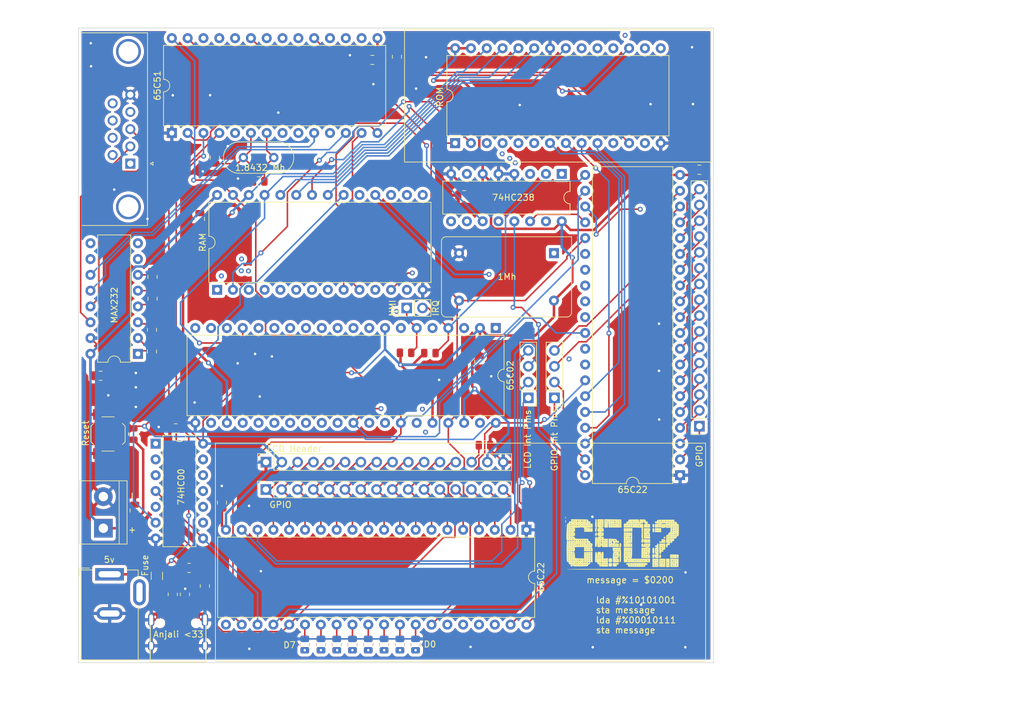
<source format=kicad_pcb>
(kicad_pcb (version 20211014) (generator pcbnew)
  (title_block (title "6502v2 Computer"))
  (layers (0 "F.Cu" signal) (1 "In1.Cu" signal) (2 "In2.Cu" signal) (31 "B.Cu" signal) (34 "B.Paste" user) (35 "F.Paste" user) (36 "B.SilkS" user "B.Silkscreen") (37 "F.SilkS" user "F.Silkscreen") (38 "B.Mask" user) (39 "F.Mask" user) (44 "Edge.Cuts" user))
  (net 0 "")
  (net 1 "Net-(C11-Pad1)")
  (net 2 "Net-(C11-Pad2)")
  (net 3 "Net-(C12-Pad1)")
  (net 4 "Net-(C12-Pad2)")
  (net 5 "Net-(C13-Pad1)")
  (net 6 "GND")
  (net 7 "Net-(C14-Pad1)")
  (net 8 "Net-(C15-Pad1)")
  (net 9 "+5V")
  (net 10 "Net-(D2-Pad1)")
  (net 11 "/D0")
  (net 12 "/A0")
  (net 13 "Net-(D4-Pad1)")
  (net 14 "/D1")
  (net 15 "/A1")
  (net 16 "Net-(D6-Pad1)")
  (net 17 "/D2")
  (net 18 "/A2")
  (net 19 "Net-(D8-Pad1)")
  (net 20 "/D3")
  (net 21 "/A3")
  (net 22 "Net-(D10-Pad1)")
  (net 23 "/D4")
  (net 24 "/A4")
  (net 25 "Net-(D12-Pad1)")
  (net 26 "/D5")
  (net 27 "/A5")
  (net 28 "Net-(D14-Pad1)")
  (net 29 "/D6")
  (net 30 "/A6")
  (net 31 "Net-(D16-Pad1)")
  (net 32 "/D7")
  (net 33 "/A7")
  (net 34 "/A8")
  (net 35 "/A9")
  (net 36 "/A10")
  (net 37 "/R{slash}W")
  (net 38 "/A11")
  (net 39 "/A12")
  (net 40 "/A13")
  (net 41 "/A14")
  (net 42 "/A15")
  (net 43 "VCC")
  (net 44 "/CPU/NMI")
  (net 45 "/IRQ")
  (net 46 "/VIA/PA0")
  (net 47 "/VIA/PA1")
  (net 48 "/VIA/PA2")
  (net 49 "/VIA/PA3")
  (net 50 "/VIA/PA4")
  (net 51 "/VIA/PA5")
  (net 52 "/VIA/PA6")
  (net 53 "/VIA/PA7")
  (net 54 "/VIA/CA1")
  (net 55 "/VIA/CA2")
  (net 56 "/VIA/CB1")
  (net 57 "/VIA/CB2")
  (net 58 "/VIA/PB0")
  (net 59 "/VIA/PB1")
  (net 60 "/VIA/PB2")
  (net 61 "/VIA/PB3")
  (net 62 "/VIA/PB4")
  (net 63 "/VIA/PB5")
  (net 64 "/VIA/PB6")
  (net 65 "/VIA/PB7")
  (net 66 "/VIA/LCD PA7")
  (net 67 "/VIA/LCD PA6")
  (net 68 "/VIA/LCD PA5")
  (net 69 "/VIA/LCD PA4")
  (net 70 "/VIA/LCD PA3")
  (net 71 "/VIA/LCD PA2")
  (net 72 "/VIA/LCD PA1")
  (net 73 "/VIA/LCD PA0")
  (net 74 "/VIA/LCD PB7")
  (net 75 "/VIA/LCD PB6")
  (net 76 "/VIA/LCD PB5")
  (net 77 "/VIA/LCD PB4")
  (net 78 "/VIA/LCD PB3")
  (net 79 "/VIA/LCD PB2")
  (net 80 "/VIA/LCD PB1")
  (net 81 "/VIA/LCD PB0")
  (net 82 "Net-(J7-Pad14)")
  (net 83 "/VIA/LCD CA1")
  (net 84 "/VIA/LCD CA2")
  (net 85 "/VIA/LCD CB1")
  (net 86 "/VIA/LCD CB2")
  (net 88 "/Serial/T1OUT")
  (net 89 "/Serial/R1IN")
  (net 95 "Net-(R1-Pad1)")
  (net 96 "Net-(R2-Pad1)")
  (net 97 "/Reset")
  (net 98 "Net-(R33-Pad2)")
  (net 102 "/Clk")
  (net 103 "/~{A15}")
  (net 104 "/RAM ~{CS}")
  (net 105 "/I{slash}O ~{Enable}")
  (net 110 "/LCD C22 Enable")
  (net 111 "/C22 Enable")
  (net 124 "/Serial/T1IN")
  (net 125 "/Serial/R1OUT")
  (net 126 "/Serial Enable")
  (footprint "Resistor_SMD:R_0805_2012Metric" (layer "F.Cu") (at 69.45 125.35 90)
    (fp_text reference "D14" hide)
    (fp_text value "Blu")
  )
  (footprint "Capacitor_SMD:C_0805_2012Metric" (layer "F.Cu") (at 46.125 90.6 180)
    (fp_text reference "C10" hide)
    (fp_text value "10uF")
  )
  (footprint "Crystal:Crystal_HC49-U_Vertical" (layer "F.Cu") (at 61.875 47.075 180)
    (fp_text reference "1.8432 Mh")
    (fp_text value "1.8432 Mh")
  )
  (footprint "Resistor_SMD:R_0805_2012Metric" (layer "F.Cu") (at 66.85 125.3375 90)
    (fp_text reference "D16" hide)
    (fp_text value "Blu")
  )
  (footprint "Resistor_SMD:R_0805_2012Metric" (layer "F.Cu") (at 82.13 125.3525 90)
    (fp_text reference "D4" hide)
    (fp_text value "Blu")
  )
  (footprint "Capacitor_SMD:C_0805_2012Metric" (layer "F.Cu") (at 39.525 103.8 90)
    (fp_text reference "C8" hide)
    (fp_text value "10uF")
  )
  (footprint "Resistor_SMD:R_0805_2012Metric" (layer "F.Cu") (at 71.975 125.35 90)
    (fp_text reference "D12" hide)
    (fp_text value "Blu")
  )
  (footprint "Capacitor_SMD:C_0805_2012Metric" (layer "F.Cu") (at 42.3 78.25 -90)
    (fp_text reference "C14" hide)
    (fp_text value "1µF")
  )
  (footprint "Connector_PinSocket_2.54mm:PinSocket_1x16_P2.54mm_Vertical" (layer "F.Cu") (at 60.6 100.425 90)
    (fp_text reference "GPIO")
    (fp_text value "I/O")
  )
  (footprint "Capacitor_SMD:C_0805_2012Metric" (layer "F.Cu") (at 42.3 74.75 90)
    (fp_text reference "C11" hide)
    (fp_text value "1µF")
  )
  (footprint "Capacitor_SMD:C_0805_2012Metric" (layer "F.Cu") (at 52.4 47.1 90)
    (fp_text reference "C15" hide)
    (fp_text value "30 pF")
  )
  (footprint "Connector_PinHeader_2.54mm:PinHeader_1x02_P2.54mm_Vertical" (layer "F.Cu") (at 83.225 71.25 90)
    (fp_text reference "NMI")
    (fp_text value "Conn_01x02")
  )
  (footprint "Resistor_SMD:R_0805_2012Metric" (layer "F.Cu") (at 86.95 78.5)
    (fp_text reference "R30" hide)
    (fp_text value "220")
  )
  (footprint "Capacitor_SMD:C_0805_2012Metric" (layer "F.Cu") (at 42.4 66.25 -90)
    (fp_text reference "C13" hide)
    (fp_text value "1µF")
  )
  (footprint "Package_DIP:DIP-40_W15.24mm" (layer "F.Cu") (at 102.45 106.9 -90)
    (fp_text reference "65C22")
    (fp_text value "W65C22NxP")
  )
  (footprint "Resistor_SMD:R_0805_2012Metric" (layer "F.Cu") (at 50.8 115.9275 -90)
    (fp_text reference "R3" hide)
    (fp_text value "220")
  )
  (footprint "Resistor_SMD:R_0805_2012Metric" (layer "F.Cu") (at 39.3 91.5125 90)
    (fp_text reference "R31" hide)
    (fp_text value "1k")
  )
  (footprint "Capacitor_SMD:C_0805_2012Metric" (layer "F.Cu") (at 77.7 31.375 180)
    (fp_text reference "C1" hide)
    (fp_text value "10uF")
  )
  (footprint "Capacitor_SMD:C_0805_2012Metric" (layer "F.Cu") (at 92.45 53.125 180)
    (fp_text reference "C6" hide)
    (fp_text value "10uF")
  )
  (footprint "Resistor_SMD:R_0805_2012Metric" (layer "F.Cu") (at 48.26 113.03 180)
    (fp_text reference "D1" hide)
    (fp_text value "Green")
  )
  (footprint "Resistor_SMD:R_0805_2012Metric" (layer "F.Cu") (at 84.65 125.35 90)
    (fp_text reference "D2" hide)
    (fp_text value "Blu")
  )
  (footprint "Connector_PinHeader_2.54mm:PinHeader_1x04_P2.54mm_Vertical" (layer "F.Cu") (at 102.75 85.7 180)
    (fp_text reference "J8" hide)
    (fp_text value "Interup Pins")
  )
  (footprint "hooks:HRO-TYPE-C-31-M-12" (layer "F.Cu") (at 46.5 128.15)
    (fp_text reference "USB1" hide)
    (fp_text value "HRO-TYPE-C-31-M-12")
  )
  (footprint "Capacitor_SMD:C_0805_2012Metric" (layer "F.Cu") (at 94.875 79.875 -90)
    (fp_text reference "C4" hide)
    (fp_text value "10uF")
  )
  (footprint "Fuse:Fuse_1206_3216Metric" (layer "F.Cu") (at 43.1 114.3 90)
    (fp_text reference "Fuse")
    (fp_text value "Polyfuse_Small")
  )
  (footprint "Connector_PinSocket_2.54mm:PinSocket_1x16_P2.54mm_Vertical" (layer "F.Cu") (at 98.723 96.022 -90)
    (fp_text reference "LCD Header")
    (fp_text value "LDC")
  )
  (footprint "LOGO" (layer "F.Cu") (at 118 109)
    (fp_text reference "G***" hide)
    (fp_text value "LOGO" hide)
  )
  (footprint "Package_DIP:DIP-14_W7.62mm" (layer "F.Cu") (at 42.9 93.05)
    (fp_text reference "74HC00")
    (fp_text value "74HC00")
  )
  (footprint "Capacitor_SMD:C_0805_2012Metric" (layer "F.Cu") (at 42.4 69.75 90)
    (fp_text reference "C12" hide)
    (fp_text value "1µF")
  )
  (footprint "Resistor_SMD:R_0805_2012Metric" (layer "F.Cu") (at 95.7125 93.3)
    (fp_text reference "R32" hide)
    (fp_text value "R_Small")
  )
  (footprint "TerminalBlock:TerminalBlock_bornier-2_P5.08mm" (layer "F.Cu") (at 34.5 106.65 90)
    (fp_text reference "J1" hide)
    (fp_text value "Power")
  )
  (footprint "Capacitor_SMD:C_0805_2012Metric" (layer "F.Cu") (at 130.225 49.025)
    (fp_text reference "C9" hide)
    (fp_text value "10uF")
  )
  (footprint "Resistor_SMD:R_0805_2012Metric" (layer "F.Cu") (at 77.04 125.3525 90)
    (fp_text reference "D8" hide)
    (fp_text value "Blu")
  )
  (footprint "Capacitor_SMD:C_0805_2012Metric" (layer "F.Cu") (at 81.65 30.875 -90)
    (fp_text reference "C3" hide)
    (fp_text value "10uF")
  )
  (footprint "Connector_BarrelJack:BarrelJack_GCT_DCJ200-10-A_Horizontal" (layer "F.Cu") (at 35.5 114.05)
    (fp_text reference "5v")
    (fp_text value "Barrel_Jack")
  )
  (footprint "Package_DIP:DIP-28_W15.24mm" (layer "F.Cu") (at 52.775 68.325 90)
    (fp_text reference "RAM")
    (fp_text value "CY62256-70PC")
  )
  (footprint "Capacitor_SMD:C_0805_2012Metric" (layer "F.Cu") (at 34.05 82.15)
    (fp_text reference "C2" hide)
    (fp_text value "10uF")
  )
  (footprint "Package_DIP:DIP-28_W15.24mm" (layer "F.Cu") (at 45.5 43.125 90)
    (fp_text reference "65C51")
    (fp_text value "W65C51NxP")
  )
  (footprint "Oscillator:Oscillator_DIP-14" (layer "F.Cu") (at 106.87 62.44 180)
    (fp_text reference "1Mh")
    (fp_text value "DGOF5S3")
  )
  (footprint "Resistor_SMD:R_0805_2012Metric" (layer "F.Cu") (at 45.65 117.275 90)
    (fp_text reference "R1" hide)
    (fp_text value "5.1k")
  )
  (footprint "Package_DIP:DIP-16_W7.62mm" (layer "F.Cu") (at 108.125 49.7 -90)
    (fp_text reference "74HC238")
    (fp_text value "74HC238")
  )
  (footprint "Capacitor_SMD:C_0805_2012Metric" (layer "F.Cu") (at 50 56.95 -90)
    (fp_text reference "C7" hide)
    (fp_text value "10uF")
  )
  (footprint "Resistor_SMD:R_0805_2012Metric" (layer "F.Cu") (at 59.45 50.9)
    (fp_text reference "R33" hide)
    (fp_text value "1M")
  )
  (footprint "Capacitor_SMD:C_0805_2012Metric" (layer "F.Cu") (at 53.55 102.525 90)
    (fp_text reference "C5" hide)
    (fp_text value "10uF")
  )
  (footprint "Package_DIP:DIP-40_W15.24mm" (layer "F.Cu") (at 127.125 98.125 180)
    (fp_text reference "65C22")
    (fp_text value "W65C22NxP")
  )
  (footprint "Resistor_SMD:R_0805_2012Metric" (layer "F.Cu") (at 79.59 125.3525 90)
    (fp_text reference "D6" hide)
    (fp_text value "Blu")
  )
  (footprint "Package_DIP:DIP-16_W7.62mm" (layer "F.Cu") (at 40.05 78.625 180)
    (fp_text reference "MAX232")
    (fp_text value "MAX232")
  )
  (footprint "Resistor_SMD:R_0805_2012Metric" (layer "F.Cu") (at 83.0375 78.45)
    (fp_text reference "R29" hide)
    (fp_text value "220")
  )
  (footprint "Connector_Dsub:DSUB-9_Female_Horizontal_P2.77x2.84mm_EdgePinOffset4.94mm_Housed_MountingHolesOffset7.48mm" (layer "F.Cu") (at 38.830331 48.05 -90)
    (fp_text reference "J9" hide)
    (fp_text value "DB9_Female")
  )
  (footprint "Button_Switch_SMD:SW_SPST_TL3342" (layer "F.Cu") (at 35.25 91.5 90)
    (fp_text reference "Reset")
    (fp_text value "SW_Push")
  )
  (footprint "Connector_PinSocket_2.54mm:PinSocket_1x16_P2.54mm_Vertical" (layer "F.Cu") (at 130.225 90.25 180)
    (fp_text reference "GPIO")
    (fp_text value "I/O")
  )
  (footprint "Resistor_SMD:R_0805_2012Metric" (layer "F.Cu") (at 47.6 117.275 90)
    (fp_text reference "R2" hide)
    (fp_text value "5.1k")
  )
  (footprint "Connector_PinHeader_2.54mm:PinHeader_1x04_P2.54mm_Vertical" (layer "F.Cu") (at 106.95 85.7 180)
    (fp_text reference "J5" hide)
    (fp_text value "Interup Pins")
  )
  (footprint "Resistor_SMD:R_0805_2012Metric" (layer "F.Cu") (at 74.51 125.3525 90)
    (fp_text reference "D10" hide)
    (fp_text value "Blu")
  )
  (footprint "Package_DIP:DIP-28_W15.24mm" (layer "F.Cu") (at 91 44.75 90)
    (fp_text reference "U9" hide)
    (fp_text value "28C256")
  )
  (footprint "Package_DIP:DIP-40_W15.24mm" (layer "F.Cu") (at 97.525 74.475 -90)
    (fp_text reference "65C02")
    (fp_text value "W65C02SxP")
  )
  (footprint "Resistor_SMD:R_0805_2012Metric" (layer "B.Cu") (at 69.46 125.35 90)
    (fp_text reference "R16" hide)
    (fp_text value "220")
  )
  (footprint "Resistor_SMD:R_0805_2012Metric" (layer "B.Cu") (at 66.84 125.36 90)
    (fp_text reference "R18" hide)
    (fp_text value "220")
  )
  (footprint "Resistor_SMD:R_0805_2012Metric" (layer "B.Cu") (at 74.51 125.3525 90)
    (fp_text reference "R12" hide)
    (fp_text value "220")
  )
  (footprint "Resistor_SMD:R_0805_2012Metric" (layer "B.Cu") (at 79.59 125.3525 90)
    (fp_text reference "R8" hide)
    (fp_text value "220")
  )
  (footprint "Resistor_SMD:R_0805_2012Metric" (layer "B.Cu") (at 82.13 125.3525 90)
    (fp_text reference "R6" hide)
    (fp_text value "220")
  )
  (footprint "Resistor_SMD:R_0805_2012Metric" (layer "B.Cu") (at 71.99 125.36 90)
    (fp_text reference "R14" hide)
    (fp_text value "220")
  )
  (footprint "Resistor_SMD:R_0805_2012Metric" (layer "B.Cu") (at 84.65 125.35 90)
    (fp_text reference "R4" hide)
    (fp_text value "220")
  )
  (footprint "Resistor_SMD:R_0805_2012Metric" (layer "B.Cu") (at 77.05 125.35 90)
    (fp_text reference "R10" hide)
    (fp_text value "220")
  )
  (gr_rect (start 30.5 26.25) (end 132.5 128.25) (layer "Edge.Cuts") (width 0.1) (fill none))
  (gr_text "D0\n" (at 86.95 125.3) (layer "F.SilkS") (effects (font (size 1 1))))
  (gr_text "D7" (at 64.4 125.425) (layer "F.SilkS") (effects (font (size 1 1))))
  (gr_text "IRQ" (at 87.875 71.275 90) (layer "F.SilkS") (effects (font (size 1 1))))
  (gr_text "GPIO Int Pins" (at 106.95 92.375 90) (layer "F.SilkS") (effects (font (size 1 1))))
  (gr_text "-\n" (at 39.05 101.375 90) (layer "F.SilkS") (effects (font (size 1 1))))
  (gr_text "Anjali <33\n\n" (at 46.55 124.5) (layer "F.SilkS") (effects (font (size 1 1))))
  (gr_text "LCD Int Pins\n" (at 102.65 92.35 90) (layer "F.SilkS") (effects (font (size 1 1))))
  (gr_text "+" (at 39.05 106.95 90) (layer "F.SilkS") (effects (font (size 1 1))))
  (gr_text "message = $0200\n\n  lda #%10101001\n  sta message\n  lda #%00010111\n  sta message\n" (at 112 119) (layer "F.SilkS") (effects (font (size 1 1)) (justify left)))
  (segment (start 50.8 114.6575) (end 49.1725 113.03) (width 0.25) (layer "F.Cu") (net 0))
  (segment (start 50.8 115.015) (end 50.8 114.6575) (width 0.25) (layer "F.Cu") (net 0))
  (segment (start 43.5 76.9) (end 43.5 78.125) (width 0.25) (layer "F.Cu") (net 1))
  (segment (start 43.5 78.125) (end 40.55 78.125) (width 0.25) (layer "F.Cu") (net 1))
  (segment (start 40.55 78.125) (end 40.05 78.625) (width 0.25) (layer "F.Cu") (net 1))
  (segment (start 42.3 75.7) (end 43.5 76.9) (width 0.25) (layer "F.Cu") (net 1))
  (segment (start 40.305 73.8) (end 40.05 73.545) (width 0.25) (layer "F.Cu") (net 2))
  (segment (start 42.3 73.8) (end 40.305 73.8) (width 0.25) (layer "F.Cu") (net 2))
  (segment (start 42.4 70.7) (end 40.355 70.7) (width 0.25) (layer "F.Cu") (net 3))
  (segment (start 40.355 70.7) (end 40.05 71.005) (width 0.25) (layer "F.Cu") (net 3))
  (segment (start 40.05 68.465) (end 42.065 68.465) (width 0.25) (layer "F.Cu") (net 4))
  (segment (start 42.065 68.465) (end 42.4 68.8) (width 0.25) (layer "F.Cu") (net 4))
  (segment (start 41.775 65.925) (end 40.05 65.925) (width 0.25) (layer "F.Cu") (net 5))
  (segment (start 42.4 65.3) (end 41.775 65.925) (width 0.25) (layer "F.Cu") (net 5))
  (segment (start 35 78.655) (end 35 82.15) (width 0.25) (layer "F.Cu") (net 6))
  (segment (start 96.625 93.924) (end 96.625 93.3) (width 0.25) (layer "F.Cu") (net 6))
  (segment (start 32.43 76.085) (end 35 78.655) (width 0.25) (layer "F.Cu") (net 6))
  (segment (start 98.723 96.022) (end 96.625 93.924) (width 0.25) (layer "F.Cu") (net 6))
  (segment (start 91.5 53.125) (end 91.5 50.855) (width 0.4) (layer "F.Cu") (net 6))
  (segment (start 91.5 50.855) (end 90.345 49.7) (width 0.4) (layer "F.Cu") (net 6))
  (via (at 123.75 73.775) (size 0.8) (drill 0.4) (layers "F.Cu" "B.Cu") (net 6))
  (via (at 120.875 118.925) (size 0.8) (drill 0.4) (layers "F.Cu" "B.Cu") (net 6))
  (via (at 50.475 49.3) (size 0.8) (drill 0.4) (layers "F.Cu" "B.Cu") (net 6))
  (via (at 123.775 89.175) (size 0.8) (drill 0.4) (layers "F.Cu" "B.Cu") (net 6))
  (via (at 129.05 29.35) (size 0.8) (drill 0.4) (layers "F.Cu" "B.Cu") (net 6))
  (via (at 39.72 87.15) (size 0.8) (drill 0.4) (layers "F.Cu" "B.Cu") (net 6))
  (via (at 86.325 30.95) (size 0.8) (drill 0.4) (layers "F.Cu" "B.Cu") (net 6))
  (via (at 32.525 32.4) (size 0.8) (drill 0.4) (layers "F.Cu" "B.Cu") (net 6))
  (via (at 57.9 103.05) (size 0.8) (drill 0.4) (layers "F.Cu" "B.Cu") (net 6))
  (via (at 84.725 36) (size 0.8) (drill 0.4) (layers "F.Cu" "B.Cu") (net 6))
  (via (at 59.8 113.55) (size 0.8) (drill 0.4) (layers "F.Cu" "B.Cu") (net 6))
  (via (at 49.15 86.44) (size 0.8) (drill 0.4) (layers "F.Cu" "B.Cu") (net 6))
  (via (at 127.975 125.775) (size 0.8) (drill 0.4) (layers "F.Cu" "B.Cu") (net 6))
  (via (at 88.425 82.8) (size 0.8) (drill 0.4) (layers "F.Cu" "B.Cu") (net 6))
  (via (at 47.65 116.375) (size 0.8) (drill 0.4) (layers "F.Cu" "B.Cu") (net 6))
  (via (at 101.375 38.625) (size 0.8) (drill 0.4) (layers "F.Cu" "B.Cu") (net 6))
  (via (at 56.125 50.45) (size 0.8) (drill 0.4) (layers "F.Cu" "B.Cu") (net 6))
  (via (at 54.475 45.25) (size 0.8) (drill 0.4) (layers "F.Cu" "B.Cu") (net 6))
  (via (at 62.6 39.85) (size 0.8) (drill 0.4) (layers "F.Cu" "B.Cu") (net 6))
  (via (at 43.39 90.37) (size 0.8) (drill 0.4) (layers "F.Cu" "B.Cu") (net 6))
  (via (at 61.57 79.04) (size 0.8) (drill 0.4) (layers "F.Cu" "B.Cu") (net 6))
  (via (at 122.39 38.49) (size 0.8) (drill 0.4) (layers "F.Cu" "B.Cu") (net 6))
  (via (at 113.04 104.8) (size 0.8) (drill 0.4) (layers "F.Cu" "B.Cu") (net 6))
  (via (at 36.25 52.225) (size 0.8) (drill 0.4) (layers "F.Cu" "B.Cu") (net 6))
  (via (at 128 113.75) (size 0.8) (drill 0.4) (layers "F.Cu" "B.Cu") (net 6))
  (via (at 74.1 30.625) (size 0.8) (drill 0.4) (layers "F.Cu" "B.Cu") (net 6))
  (via (at 32.475 28.7) (size 0.8) (drill 0.4) (layers "F.Cu" "B.Cu") (net 6))
  (via (at 59.62 85.48) (size 0.8) (drill 0.4) (layers "F.Cu" "B.Cu") (net 6))
  (via (at 77.875 35.275) (size 0.8) (drill 0.4) (layers "F.Cu" "B.Cu") (net 6))
  (via (at 39.72 81.69) (size 0.8) (drill 0.4) (layers "F.Cu" "B.Cu") (net 6))
  (via (at 57.95 126.025) (size 0.8) (drill 0.4) (layers "F.Cu" "B.Cu") (net 6))
  (via (at 39.72 84) (size 0.8) (drill 0.4) (layers "F.Cu" "B.Cu") (net 6))
  (via (at 45.65 37.07) (size 0.8) (drill 0.4) (layers "F.Cu" "B.Cu") (net 6))
  (via (at 113.1 125.775) (size 0.8) (drill 0.4) (layers "F.Cu" "B.Cu") (net 6))
  (via (at 96.8 82.225) (size 0.8) (drill 0.4) (layers "F.Cu" "B.Cu") (net 6))
  (via (at 93.475 125.725) (size 0.8) (drill 0.4) (layers "F.Cu" "B.Cu") (net 6))
  (via (at 41.575 56.925) (size 0.8) (drill 0.4) (layers "F.Cu" "B.Cu") (net 6))
  (via (at 53.525 99.85) (size 0.8) (drill 0.4) (layers "F.Cu" "B.Cu") (net 6))
  (via (at 99.6 82.15) (size 0.8) (drill 0.4) (layers "F.Cu" "B.Cu") (net 6))
  (via (at 123.75 81.35) (size 0.8) (drill 0.4) (layers "F.Cu" "B.Cu") (net 6))
  (via (at 51.65 37.05) (size 0.8) (drill 0.4) (layers "F.Cu" "B.Cu") (net 6))
  (via (at 56.07 80.15) (size 0.8) (drill 0.4) (layers "F.Cu" "B.Cu") (net 6))
  (via (at 129.2 38.475) (size 0.8) (drill 0.4) (layers "F.Cu" "B.Cu") (net 6))
  (via (at 35.3 85.29) (size 0.8) (drill 0.4) (layers "F.Cu" "B.Cu") (net 6))
  (via (at 58.87 78.63) (size 0.8) (drill 0.4) (layers "F.Cu" "B.Cu") (net 6))
  (segment (start 84.65 124.4375) (end 66.85 124.4375) (width 0.25) (layer "B.Cu") (net 6))
  (segment (start 66.85 124.4375) (end 66.84 124.4475) (width 0.25) (layer "B.Cu") (net 6))
  (segment (start 41.265 77.3) (end 40.05 76.085) (width 0.25) (layer "F.Cu") (net 7))
  (segment (start 42.3 77.3) (end 41.265 77.3) (width 0.25) (layer "F.Cu") (net 7))
  (segment (start 58.5375 48.6175) (end 56.995 47.075) (width 0.25) (layer "F.Cu") (net 8))
  (segment (start 58.5375 50.9) (end 58.5375 48.6175) (width 0.25) (layer "F.Cu") (net 8))
  (segment (start 52.4 48.05) (end 56.02 48.05) (width 0.25) (layer "F.Cu") (net 8))
  (segment (start 58.2 45.87) (end 58.2 43.125) (width 0.25) (layer "F.Cu") (net 8))
  (segment (start 56.995 47.075) (end 58.2 45.87) (width 0.25) (layer "F.Cu") (net 8))
  (segment (start 56.02 48.05) (end 56.995 47.075) (width 0.25) (layer "F.Cu") (net 8))
  (segment (start 43.1 112.9) (end 39.525 109.325) (width 0.4) (layer "F.Cu") (net 9))
  (segment (start 91 29.51) (end 93.54 29.51) (width 0.4) (layer "F.Cu") (net 9))
  (segment (start 94.15 84.25) (end 93.75 83.85) (width 0.4) (layer "F.Cu") (net 9))
  (segment (start 109.825 67.105) (end 106.87 70.06) (width 0.4) (layer "F.Cu") (net 9))
  (segment (start 96.765 51.04) (end 96.765 57.965) (width 0.4) (layer "F.Cu") (net 9))
  (segment (start 93.75 80.05) (end 94.875 78.925) (width 0.4) (layer "F.Cu") (net 9))
  (segment (start 44.37 112.9) (end 43.1 112.9) (width 0.25) (layer "F.Cu") (net 9))
  (segment (start 78.52 31.245) (end 78.65 31.375) (width 0.4) (layer "F.Cu") (net 9))
  (segment (start 122.11 49.865) (end 113.2625 58.7125) (width 0.4) (layer "F.Cu") (net 9))
  (segment (start 127.125 49.865) (end 122.11 49.865) (width 0.4) (layer "F.Cu") (net 9))
  (segment (start 94.985 78.815) (end 94.875 78.925) (width 0.4) (layer "F.Cu") (net 9))
  (segment (start 52.775 53.085) (end 50 55.86) (width 0.4) (layer "F.Cu") (net 9))
  (segment (start 40.25 104.75) (end 40.9 104.1) (width 0.4) (layer "F.Cu") (net 9))
  (segment (start 103.875 75.675) (end 96.185 75.675) (width 0.4) (layer "F.Cu") (net 9))
  (segment (start 47.075 90.6) (end 48.07 90.6) (width 0.25) (layer "F.Cu") (net 9))
  (segment (start 53.55 106.26) (end 54.19 106.9) (width 0.4) (layer "F.Cu") (net 9))
  (segment (start 50 55.86) (end 50 56) (width 0.4) (layer "F.Cu") (net 9))
  (segment (start 50.52 89.409009) (end 58.304009 81.625) (width 0.25) (layer "F.Cu") (net 9))
  (segment (start 32.43 81.48) (end 33.1 82.15) (width 0.4) (layer "F.Cu") (net 9))
  (segment (start 46.99 113.03) (end 45.72 111.76) (width 0.25) (layer "F.Cu") (net 9))
  (segment (start 96.185 75.675) (end 94.985 74.475) (width 0.4) (layer "F.Cu") (net 9))
  (segment (start 109.825 63.15) (end 109.825 67.105) (width 0.4) (layer "F.Cu") (net 9))
  (segment (start 48.21 91.735) (end 48.21 104.62) (width 0.25) (layer "F.Cu") (net 9))
  (segment (start 45.43 111.84) (end 44.37 112.9) (width 0.25) (layer "F.Cu") (net 9))
  (segment (start 47.3475 113.03) (end 46.99 113.03) (width 0.25) (layer "F.Cu") (net 9))
  (segment (start 45.72 111.76) (end 45.51 111.76) (width 0.25) (layer "F.Cu") (net 9))
  (segment (start 94.88 46.5) (end 94.88 37.405) (width 0.4) (layer "F.Cu") (net 9))
  (segment (start 106.87 72.68) (end 103.875 75.675) (width 0.4) (layer "F.Cu") (net 9))
  (segment (start 47.075 90.6) (end 48.21 91.735) (width 0.25) (layer "F.Cu") (net 9))
  (segment (start 94.985 74.475) (end 94.985 78.815) (width 0.4) (layer "F.Cu") (net 9))
  (segment (start 84.1625 80.375) (end 86.0375 78.5) (width 0.4) (layer "F.Cu") (net 9))
  (segment (start 97.32 58.52) (end 106.925 58.52) (width 0.4) (layer "F.Cu") (net 9))
  (segment (start 80.2 31.375) (end 81.65 29.925) (width 0.4) (layer "F.Cu") (net 9))
  (segment (start 108.125 57.32) (end 109.5175 58.7125) (width 0.4) (layer "F.Cu") (net 9))
  (segment (start 32.43 78.625) (end 32.43 81.48) (width 0.4) (layer "F.Cu") (net 9))
  (segment (start 94.88 37.405) (end 92.175 34.7) (width 0.4) (layer "F.Cu") (net 9))
  (segment (start 39.525 104.75) (end 40.25 104.75) (width 0.4) (layer "F.Cu") (net 9))
  (segment (start 40.9 94.025) (end 39.3 92.425) (width 0.4) (layer "F.Cu") (net 9))
  (segment (start 40.9 104.1) (end 40.9 94.025) (width 0.4) (layer "F.Cu") (net 9))
  (segment (start 74.4 81.625) (end 74.350886 81.674114) (width 0.25) (layer "F.Cu") (net 9))
  (segment (start 95.42 47.04) (end 94.88 46.5) (width 0.4) (layer "F.Cu") (net 9))
  (segment (start 95.425 51.1) (end 95.425 49.7) (width 0.4) (layer "F.Cu") (net 9))
  (segment (start 93.4 53.125) (end 95.425 51.1) (width 0.4) (layer "F.Cu") (net 9))
  (segment (start 87.365 89.715) (end 87.365 85.515) (width 0.4) (layer "F.Cu") (net 9))
  (segment (start 37.625 106.65) (end 34.5 106.65) (width 0.4) (layer "F.Cu") (net 9))
  (segment (start 82.225 80.375) (end 82.225 78.55) (width 0.4) (layer "F.Cu") (net 9))
  (segment (start 78.52 27.885) (end 78.52 31.245) (width 0.4) (layer "F.Cu") (net 9))
  (segment (start 95.425 47.045) (end 95.42 47.04) (width 0.4) (layer "F.Cu") (net 9))
  (segment (start 45.51 111.76) (end 45.43 111.84) (width 0.25) (layer "F.Cu") (net 9))
  (segment (start 109.5175 58.7125) (end 113.2625 58.7125) (width 0.4) (layer "F.Cu") (net 9))
  (segment (start 50.52 93.05) (end 50.52 89.409009) (width 0.25) (layer "F.Cu") (net 9))
  (segment (start 92.175 34.7) (end 87.525 34.7) (width 0.4) (layer "F.Cu") (net 9))
  (segment (start 39.525 104.75) (end 37.625 106.65) (width 0.4) (layer "F.Cu") (net 9))
  (segment (start 78.65 31.375) (end 80.2 31.375) (width 0.4) (layer "F.Cu") (net 9))
  (segment (start 58.304009 81.625) (end 74.4 81.625) (width 0.25) (layer "F.Cu") (net 9))
  (segment (start 106.87 70.06) (end 106.87 72.68) (width 0.4) (layer "F.Cu") (net 9))
  (segment (start 87.365 85.515) (end 82.225 80.375) (width 0.4) (layer "F.Cu") (net 9))
  (segment (start 106.925 58.52) (end 108.125 57.32) (width 0.4) (layer "F.Cu") (net 9))
  (segment (start 127.125 49.865) (end 128.435 49.865) (width 0.4) (layer "F.Cu") (net 9))
  (segment (start 128.435 49.865) (end 129.275 49.025) (width 0.4) (layer "F.Cu") (net 9))
  (segment (start 82.225 80.375) (end 84.1625 80.375) (width 0.4) (layer "F.Cu") (net 9))
  (segment (start 82.065 29.51) (end 91 29.51) (width 0.4) (layer "F.Cu") (net 9))
  (segment (start 39.525 109.325) (end 39.525 104.75) (width 0.4) (layer "F.Cu") (net 9))
  (segment (start 81.65 29.925) (end 82.065 29.51) (width 0.4) (layer "F.Cu") (net 9))
  (segment (start 95.425 49.7) (end 96.765 51.04) (width 0.4) (layer "F.Cu") (net 9))
  (segment (start 82.225 78.55) (end 82.125 78.45) (width 0.4) (layer "F.Cu") (net 9))
  (segment (start 93.75 83.85) (end 93.75 80.05) (width 0.4) (layer "F.Cu") (net 9))
  (segment (start 95.425 49.7) (end 95.425 47.045) (width 0.4) (layer "F.Cu") (net 9))
  (segment (start 96.765 57.965) (end 97.32 58.52) (width 0.4) (layer "F.Cu") (net 9))
  (segment (start 53.55 103.475) (end 53.55 106.26) (width 0.4) (layer "F.Cu") (net 9))
  (segment (start 48.07 90.6) (end 50.52 93.05) (width 0.25) (layer "F.Cu") (net 9))
  (via (at 87.525 34.7) (size 0.8) (drill 0.4) (layers "F.Cu" "B.Cu") (net 9))
  (via (at 94.15 84.25) (size 0.8) (drill 0.4) (layers "F.Cu" "B.Cu") (net 9))
  (via (at 82.225 80.375) (size 0.8) (drill 0.4) (layers "F.Cu" "B.Cu") (net 9))
  (via (at 48.21 104.62) (size 0.8) (drill 0.4) (layers "F.Cu" "B.Cu") (net 9))
  (via (at 45.43 111.84) (size 0.8) (drill 0.4) (layers "F.Cu" "B.Cu") (net 9))
  (via (at 74.350886 81.674114) (size 0.8) (drill 0.4) (layers "F.Cu" "B.Cu") (net 9))
  (via (at 109.825 63.15) (size 0.8) (drill 0.4) (layers "F.Cu" "B.Cu") (net 9))
  (segment (start 82.225 80.375) (end 89.085 80.375) (width 0.4) (layer "B.Cu") (net 9))
  (segment (start 63.163 96.022) (end 61.913 97.272) (width 0.4) (layer "B.Cu") (net 9))
  (segment (start 99.575 89.675) (end 94.15 84.25) (width 0.4) (layer "B.Cu") (net 9))
  (segment (start 99.575 91.4) (end 99.575 89.675) (width 0.4) (layer "B.Cu") (net 9))
  (segment (start 61.253 97.272) (end 54.19 104.335) (width 0.4) (layer "B.Cu") (net 9))
  (segment (start 38.85 65.427943) (end 39.692943 64.585) (width 0.4) (layer "B.Cu") (net 9))
  (segment (start 92.445 85.955) (end 94.15 84.25) (width 0.4) (layer "B.Cu") (net 9))
  (segment (start 92.445 89.715) (end 92.445 85.955) (width 0.4) (layer "B.Cu") (net 9))
  (segment (start 91 31.225) (end 91 29.51) (width 0.4) (layer "B.Cu") (net 9))
  (segment (start 96.183 94.792) (end 99.575 91.4) (width 0.4) (layer "B.Cu") (net 9))
  (segment (start 39.692943 64.585) (end 41.275 64.585) (width 0.4) (layer "B.Cu") (net 9))
  (segment (start 54.19 104.335) (end 54.19 106.9) (width 0.4) (layer "B.Cu") (net 9))
  (segment (start 48.21 104.62) (end 48.21 109.06) (width 0.25) (layer "B.Cu") (net 9))
  (segment (start 96.183 96.022) (end 96.183 94.792) (width 0.4) (layer "B.Cu") (net 9))
  (segment (start 32.43 104.58) (end 34.5 106.65) (width 0.4) (layer "B.Cu") (net 9))
  (segment (start 38.85 72.205) (end 38.85 65.427943) (width 0.4) (layer "B.Cu") (net 9))
  (segment (start 79.745 74.475) (end 79.745 77.895) (width 0.4) (layer "B.Cu") (net 9))
  (segment (start 87.525 34.7) (end 91 31.225) (width 0.4) (layer "B.Cu") (net 9))
  (segment (start 75.965886 81.674114) (end 79.745 77.895) (width 0.25) (layer "B.Cu") (net 9))
  (segment (start 32.43 78.625) (end 32.43 104.58) (width 0.4) (layer "B.Cu") (net 9))
  (segment (start 79.745 77.895) (end 82.225 80.375) (width 0.4) (layer "B.Cu") (net 9))
  (segment (start 63.163 96.022) (end 60.191 93.05) (width 0.4) (layer "B.Cu") (net 9))
  (segment (start 89.085 80.375) (end 94.985 74.475) (width 0.4) (layer "B.Cu") (net 9))
  (segment (start 41.275 64.585) (end 52.775 53.085) (width 0.4) (layer "B.Cu") (net 9))
  (segment (start 60.191 93.05) (end 50.52 93.05) (width 0.4) (layer "B.Cu") (net 9))
  (segment (start 108.125 57.32) (end 108.125 61.45) (width 0.4) (layer "B.Cu") (net 9))
  (segment (start 48.21 109.06) (end 45.43 111.84) (width 0.25) (layer "B.Cu") (net 9))
  (segment (start 108.125 61.45) (end 109.825 63.15) (width 0.4) (layer "B.Cu") (net 9))
  (segment (start 74.350886 81.674114) (end 75.965886 81.674114) (width 0.25) (layer "B.Cu") (net 9))
  (segment (start 61.913 97.272) (end 61.253 97.272) (width 0.4) (layer "B.Cu") (net 9))
  (segment (start 32.43 78.625) (end 38.85 72.205) (width 0.4) (layer "B.Cu") (net 9))
  (via (at 84.65 126.25) (size 0.8) (drill 0.4) (layers "F.Cu" "B.Cu") (net 10))
  (segment (start 84.65 122.16) (end 84.67 122.14) (width 0.25) (layer "F.Cu") (net 11))
  (segment (start 84.65 124.4375) (end 84.65 122.16) (width 0.25) (layer "F.Cu") (net 11))
  (via (at 81.5945 71.8) (size 0.8) (drill 0.4) (layers "F.Cu" "B.Cu") (net 11))
  (via (at 109.3 79.45) (size 0.8) (drill 0.4) (layers "F.Cu" "B.Cu") (net 11))
  (segment (start 75.635 68.325) (end 74.51 67.2) (width 0.25) (layer "F.Cu") (net 12))
  (segment (start 74.51 44.595) (end 75.98 43.125) (width 0.25) (layer "F.Cu") (net 12))
  (segment (start 74.51 67.2) (end 74.51 44.595) (width 0.25) (layer "F.Cu") (net 12))
  (segment (start 113.86 45.773604) (end 118.2 50.113604) (width 0.25) (layer "B.Cu") (net 12))
  (segment (start 118.2 50.113604) (end 118.2 86.73) (width 0.25) (layer "B.Cu") (net 12))
  (segment (start 113.86 44.75) (end 113.86 45.773604) (width 0.25) (layer "B.Cu") (net 12))
  (segment (start 118.2 86.73) (end 111.885 93.045) (width 0.25) (layer "B.Cu") (net 12))
  (via (at 82.15 126.25) (size 0.8) (drill 0.4) (layers "F.Cu" "B.Cu") (net 13))
  (segment (start 82.13 124.44) (end 82.13 122.14) (width 0.25) (layer "F.Cu") (net 14))
  (segment (start 84.125 65.625) (end 83.415 65.625) (width 0.25) (layer "F.Cu") (net 14))
  (segment (start 83.415 65.625) (end 80.715 68.325) (width 0.25) (layer "F.Cu") (net 14))
  (segment (start 68.36 27.885) (end 73.875 33.4) (width 0.25) (layer "F.Cu") (net 14))
  (segment (start 73.875 33.4) (end 107.59 33.4) (width 0.25) (layer "F.Cu") (net 14))
  (segment (start 107.59 33.4) (end 118.94 44.75) (width 0.25) (layer "F.Cu") (net 14))
  (via (at 84.125 65.625) (size 0.8) (drill 0.4) (layers "F.Cu" "B.Cu") (net 14))
  (segment (start 77.395 42) (end 75.514009 42) (width 0.25) (layer "F.Cu") (net 15))
  (segment (start 73.095 55.745) (end 73.095 68.325) (width 0.25) (layer "F.Cu") (net 15))
  (segment (start 115.7 80.35) (end 115.7 75.3) (width 0.25) (layer "F.Cu") (net 15))
  (segment (start 115.7 88.5) (end 115.7 80.35) (width 0.25) (layer "F.Cu") (net 15))
  (segment (start 113.584851 48.770847) (end 111.32 46.505996) (width 0.25) (layer "F.Cu") (net 15))
  (segment (start 78.52 43.125) (end 77.395 42) (width 0.25) (layer "F.Cu") (net 15))
  (segment (start 113.695 90.505) (end 115.6 88.6) (width 0.25) (layer "F.Cu") (net 15))
  (segment (start 71.875 46.593604) (end 71.875 54.525) (width 0.25) (layer "F.Cu") (net 15))
  (segment (start 111.32 46.505996) (end 111.32 44.75) (width 0.25) (layer "F.Cu") (net 15))
  (segment (start 71.875 54.525) (end 73.095 55.745) (width 0.25) (layer "F.Cu") (net 15))
  (segment (start 75.514009 42) (end 74.725 42.789009) (width 0.25) (layer "F.Cu") (net 15))
  (segment (start 115.6 88.6) (end 115.7 88.5) (width 0.25) (layer "F.Cu") (net 15))
  (segment (start 74.725 42.789009) (end 74.725 43.743604) (width 0.25) (layer "F.Cu") (net 15))
  (segment (start 74.725 43.743604) (end 71.875 46.593604) (width 0.25) (layer "F.Cu") (net 15))
  (segment (start 111.885 90.505) (end 113.695 90.505) (width 0.25) (layer "F.Cu") (net 15))
  (via (at 115.7 75.3) (size 0.8) (drill 0.4) (layers "F.Cu" "B.Cu") (net 15))
  (via (at 113.584851 48.770847) (size 0.8) (drill 0.4) (layers "F.Cu" "B.Cu") (net 15))
  (segment (start 115.7 50.885996) (end 113.584851 48.770847) (width 0.25) (layer "B.Cu") (net 15))
  (segment (start 115.7 75.3) (end 115.7 50.885996) (width 0.25) (layer "B.Cu") (net 15))
  (via (at 79.6 126.25) (size 0.8) (drill 0.4) (layers "F.Cu" "B.Cu") (net 16))
  (segment (start 76.955 87.425) (end 74.665 89.715) (width 0.25) (layer "F.Cu") (net 17))
  (segment (start 79.1 87.425) (end 76.955 87.425) (width 0.25) (layer "F.Cu") (net 17))
  (segment (start 79.59 124.44) (end 79.59 122.14) (width 0.25) (layer "F.Cu") (net 17))
  (via (at 79.1 87.425) (size 0.8) (drill 0.4) (layers "F.Cu" "B.Cu") (net 17))
  (segment (start 88.49 91.31) (end 87.8745 91.9255) (width 0.25) (layer "B.Cu") (net 17))
  (segment (start 87.8745 91.9255) (end 76.8755 91.9255) (width 0.25) (layer "B.Cu") (net 17))
  (segment (start 107.215 75.265) (end 104.8 72.85) (width 0.25) (layer "B.Cu") (net 17))
  (segment (start 76.8755 91.9255) (end 74.665 89.715) (width 0.25) (layer "B.Cu") (net 17))
  (segment (start 102.061396 72.85) (end 88.49 86.421396) (width 0.25) (layer "B.Cu") (net 17))
  (segment (start 104.8 72.85) (end 102.061396 72.85) (width 0.25) (layer "B.Cu") (net 17))
  (segment (start 88.49 86.421396) (end 88.49 91.31) (width 0.25) (layer "B.Cu") (net 17))
  (segment (start 111.885 75.265) (end 107.215 75.265) (width 0.25) (layer "B.Cu") (net 17))
  (via (at 86.25 91.2005) (size 0.8) (drill 0.4) (layers "F.Cu" "B.Cu") (net 18))
  (via (at 85.737451 87.512951) (size 0.8) (drill 0.4) (layers "F.Cu" "B.Cu") (net 18))
  (segment (start 108.78 44.75) (end 110.03 46) (width 0.25) (layer "B.Cu") (net 18))
  (segment (start 115.085 87.965) (end 111.885 87.965) (width 0.25) (layer "B.Cu") (net 18))
  (segment (start 113.45 46) (end 117.75 50.3) (width 0.25) (layer "B.Cu") (net 18))
  (segment (start 110.03 46) (end 113.45 46) (width 0.25) (layer "B.Cu") (net 18))
  (segment (start 117.75 85.3) (end 115.085 87.965) (width 0.25) (layer "B.Cu") (net 18))
  (segment (start 117.75 50.3) (end 117.75 85.3) (width 0.25) (layer "B.Cu") (net 18))
  (via (at 77.05 126.25) (size 0.8) (drill 0.4) (layers "F.Cu" "B.Cu") (net 19))
  (segment (start 77.05 124.43) (end 77.04 124.44) (width 0.25) (layer "F.Cu") (net 20))
  (segment (start 77.05 122.14) (end 77.05 124.43) (width 0.25) (layer "F.Cu") (net 20))
  (via (at 118.3 27.4245) (size 0.8) (drill 0.4) (layers "F.Cu" "B.Cu") (net 20))
  (via (at 100.653416 47.9245) (size 0.8) (drill 0.4) (layers "F.Cu" "B.Cu") (net 21))
  (segment (start 107.94 46.45) (end 106.24 44.75) (width 0.25) (layer "B.Cu") (net 21))
  (segment (start 113.263604 46.45) (end 107.94 46.45) (width 0.25) (layer "B.Cu") (net 21))
  (segment (start 111.885 85.425) (end 117.3 80.01) (width 0.25) (layer "B.Cu") (net 21))
  (segment (start 117.3 50.486396) (end 113.263604 46.45) (width 0.25) (layer "B.Cu") (net 21))
  (segment (start 117.3 80.01) (end 117.3 50.486396) (width 0.25) (layer "B.Cu") (net 21))
  (via (at 74.5 126.25) (size 0.8) (drill 0.4) (layers "F.Cu" "B.Cu") (net 22))
  (segment (start 74.51 124.44) (end 74.51 122.14) (width 0.25) (layer "F.Cu") (net 23))
  (via (at 99.775 47.2) (size 0.8) (drill 0.4) (layers "F.Cu" "B.Cu") (net 24))
  (via (at 72.05 126.25) (size 0.8) (drill 0.4) (layers "F.Cu" "B.Cu") (net 25))
  (segment (start 87.075 33.85) (end 105.675 33.85) (width 0.25) (layer "F.Cu") (net 26))
  (segment (start 73.125 33.85) (end 87.075 33.85) (width 0.25) (layer "F.Cu") (net 26))
  (segment (start 105.675 33.85) (end 108.225 36.4) (width 0.25) (layer "F.Cu") (net 26))
  (segment (start 71.975 122.145) (end 71.97 122.14) (width 0.25) (layer "F.Cu") (net 26))
  (segment (start 71.975 124.4375) (end 71.975 122.145) (width 0.25) (layer "F.Cu") (net 26))
  (segment (start 58.2 27.885) (end 64.465 34.15) (width 0.25) (layer "F.Cu") (net 26))
  (segment (start 72.825 34.15) (end 73.125 33.85) (width 0.25) (layer "F.Cu") (net 26))
  (segment (start 64.465 34.15) (end 72.825 34.15) (width 0.25) (layer "F.Cu") (net 26))
  (via (at 108.225 36.4) (size 0.8) (drill 0.4) (layers "F.Cu" "B.Cu") (net 26))
  (segment (start 112.05 36.4) (end 118.94 29.51) (width 0.25) (layer "B.Cu") (net 26))
  (segment (start 108.225 36.4) (end 112.05 36.4) (width 0.25) (layer "B.Cu") (net 26))
  (via (at 98.55 46.475) (size 0.8) (drill 0.4) (layers "F.Cu" "B.Cu") (net 27))
  (via (at 69.45 126.25) (size 0.8) (drill 0.4) (layers "F.Cu" "B.Cu") (net 28))
  (segment (start 69.45 124.4375) (end 69.45 122.16) (width 0.25) (layer "F.Cu") (net 29))
  (segment (start 69.45 122.16) (end 69.43 122.14) (width 0.25) (layer "F.Cu") (net 29))
  (via (at 96.45 65.85) (size 0.8) (drill 0.4) (layers "F.Cu" "B.Cu") (net 29))
  (segment (start 78.175 53.085) (end 90.94 65.85) (width 0.25) (layer "B.Cu") (net 29))
  (segment (start 90.94 65.85) (end 96.45 65.85) (width 0.25) (layer "B.Cu") (net 29))
  (via (at 66.85 126.25) (size 0.8) (drill 0.4) (layers "F.Cu" "B.Cu") (net 31))
  (segment (start 66.85 124.425) (end 66.85 122.18) (width 0.25) (layer "F.Cu") (net 32))
  (segment (start 66.85 122.18) (end 66.89 122.14) (width 0.25) (layer "F.Cu") (net 32))
  (segment (start 56 76.875) (end 56.885 75.99) (width 0.25) (layer "F.Cu") (net 34))
  (segment (start 56.885 75.99) (end 56.885 74.475) (width 0.25) (layer "F.Cu") (net 34))
  (segment (start 49.9255 76.875) (end 56 76.875) (width 0.25) (layer "F.Cu") (net 34))
  (via (at 49.9255 76.875) (size 0.8) (drill 0.4) (layers "F.Cu" "B.Cu") (net 34))
  (segment (start 79.795406 45.445406) (end 76.285406 45.445406) (width 0.25) (layer "B.Cu") (net 34))
  (segment (start 60.395 56.83) (end 46.9 70.325) (width 0.25) (layer "B.Cu") (net 34))
  (segment (start 71.615406 50.115406) (end 63.364594 50.115406) (width 0.25) (layer "B.Cu") (net 34))
  (segment (start 63.364594 50.115406) (end 60.395 53.085) (width 0.25) (layer "B.Cu") (net 34))
  (segment (start 98.62 29.51) (end 94.38 33.75) (width 0.25) (layer "B.Cu") (net 34))
  (segment (start 91.490812 33.75) (end 79.795406 45.445406) (width 0.25) (layer "B.Cu") (net 34))
  (segment (start 46.9 73.8495) (end 49.9255 76.875) (width 0.25) (layer "B.Cu") (net 34))
  (segment (start 46.9 70.325) (end 46.9 73.8495) (width 0.25) (layer "B.Cu") (net 34))
  (segment (start 60.395 53.085) (end 60.395 56.83) (width 0.25) (layer "B.Cu") (net 34))
  (segment (start 94.38 33.75) (end 91.490812 33.75) (width 0.25) (layer "B.Cu") (net 34))
  (segment (start 76.285406 45.445406) (end 71.615406 50.115406) (width 0.25) (layer "B.Cu") (net 34))
  (via (at 56.7 63.3755) (size 0.8) (drill 0.4) (layers "F.Cu" "B.Cu") (net 35))
  (via (at 56.65 65.275) (size 0.8) (drill 0.4) (layers "F.Cu" "B.Cu") (net 35))
  (segment (start 101.16 29.51) (end 96.47 34.2) (width 0.25) (layer "B.Cu") (net 35))
  (segment (start 71.757208 50.61) (end 76.467208 45.9) (width 0.25) (layer "B.Cu") (net 35))
  (segment (start 76.467208 45.9) (end 79.977208 45.9) (width 0.25) (layer "B.Cu") (net 35))
  (segment (start 65.41 50.61) (end 71.757208 50.61) (width 0.25) (layer "B.Cu") (net 35))
  (segment (start 96.47 34.2) (end 95.8 34.2) (width 0.25) (layer "B.Cu") (net 35))
  (segment (start 79.977208 45.9) (end 91.677208 34.2) (width 0.25) (layer "B.Cu") (net 35))
  (segment (start 62.935 53.085) (end 65.41 50.61) (width 0.25) (layer "B.Cu") (net 35))
  (segment (start 91.677208 34.2) (end 95.8 34.2) (width 0.25) (layer "B.Cu") (net 35))
  (via (at 57.8 65.3) (size 0.8) (drill 0.4) (layers "F.Cu" "B.Cu") (net 36))
  (segment (start 80.35 46.8) (end 76.84 46.8) (width 0.25) (layer "B.Cu") (net 36))
  (segment (start 103.19 35.1) (end 92.05 35.1) (width 0.25) (layer "B.Cu") (net 36))
  (segment (start 92.05 35.1) (end 80.35 46.8) (width 0.25) (layer "B.Cu") (net 36))
  (segment (start 76.84 46.8) (end 70.555 53.085) (width 0.25) (layer "B.Cu") (net 36))
  (segment (start 108.78 29.51) (end 103.19 35.1) (width 0.25) (layer "B.Cu") (net 36))
  (segment (start 58.98 68.505) (end 58.98 56.75) (width 0.25) (layer "F.Cu") (net 37))
  (segment (start 56.73 122.14) (end 55.315 120.725) (width 0.25) (layer "F.Cu") (net 37))
  (segment (start 82.285 89.715) (end 82.285 88.58363) (width 0.25) (layer "F.Cu") (net 37))
  (segment (start 82.285 91.465) (end 82.285 89.715) (width 0.25) (layer "F.Cu") (net 37))
  (segment (start 82.285 88.58363) (end 69.35137 75.65) (width 0.25) (layer "F.Cu") (net 37))
  (segment (start 49 50.7) (end 52.93 50.7) (width 0.25) (layer "F.Cu") (net 37))
  (segment (start 61.100001 75.65) (end 60.55 75.099999) (width 0.25) (layer "F.Cu") (net 37))
  (segment (start 80.925 92.825) (end 82.285 91.465) (width 0.25) (layer "F.Cu") (net 37))
  (segment (start 60.55 75.099999) (end 60.55 70.075) (width 0.25) (layer "F.Cu") (net 37))
  (segment (start 60.55 70.075) (end 58.98 68.505) (width 0.25) (layer "F.Cu") (net 37))
  (segment (start 61.47 92.825) (end 80.925 92.825) (width 0.25) (layer "F.Cu") (net 37))
  (segment (start 58.98 56.75) (end 55.315 53.085) (width 0.25) (layer "F.Cu") (net 37))
  (segment (start 55.315 120.725) (end 55.315 98.98) (width 0.25) (layer "F.Cu") (net 37))
  (segment (start 52.93 50.7) (end 55.315 53.085) (width 0.25) (layer "F.Cu") (net 37))
  (segment (start 55.315 98.98) (end 61.47 92.825) (width 0.25) (layer "F.Cu") (net 37))
  (segment (start 69.35137 75.65) (end 61.100001 75.65) (width 0.25) (layer "F.Cu") (net 37))
  (via (at 49 50.7) (size 0.8) (drill 0.4) (layers "F.Cu" "B.Cu") (net 37))
  (segment (start 110.75363 53.53637) (end 110.75363 63.52137) (width 0.25) (layer "B.Cu") (net 37))
  (segment (start 83.425 88.575) (end 82.285 89.715) (width 0.25) (layer "B.Cu") (net 37))
  (segment (start 85.7 88.575) (end 83.425 88.575) (width 0.25) (layer "B.Cu") (net 37))
  (segment (start 45.5 27.885) (end 49.165 31.55) (width 0.25) (layer "B.Cu") (net 37))
  (segment (start 111.885 52.405) (end 110.75363 53.53637) (width 0.25) (layer "B.Cu") (net 37))
  (segment (start 49.165 50.535) (end 49 50.7) (width 0.25) (layer "B.Cu") (net 37))
  (segment (start 110.75363 63.52137) (end 85.7 88.575) (width 0.25) (layer "B.Cu") (net 37))
  (segment (start 49.165 31.55) (end 49.165 50.535) (width 0.25) (layer "B.Cu") (net 37))
  (segment (start 71.943604 51.06) (end 76.653604 46.35) (width 0.25) (layer "B.Cu") (net 38))
  (segment (start 76.653604 46.35) (end 80.163604 46.35) (width 0.25) (layer "B.Cu") (net 38))
  (segment (start 65.475 53.085) (end 67.5 51.06) (width 0.25) (layer "B.Cu") (net 38))
  (segment (start 67.5 51.06) (end 71.943604 51.06) (width 0.25) (layer "B.Cu") (net 38))
  (segment (start 80.163604 46.35) (end 91.863604 34.65) (width 0.25) (layer "B.Cu") (net 38))
  (segment (start 98.56 34.65) (end 103.7 29.51) (width 0.25) (layer "B.Cu") (net 38))
  (segment (start 91.863604 34.65) (end 98.56 34.65) (width 0.25) (layer "B.Cu") (net 38))
  (segment (start 64.06 58.14) (end 59.8 62.4) (width 0.25) (layer "F.Cu") (net 39))
  (segment (start 64.06 52.64) (end 64.06 58.14) (width 0.25) (layer "F.Cu") (net 39))
  (segment (start 93.54 44.75) (end 86.89 38.1) (width 0.25) (layer "F.Cu") (net 39))
  (segment (start 86.89 38.1) (end 82.7 38.1) (width 0.25) (layer "F.Cu") (net 39))
  (segment (start 69.2 47.5) (end 64.06 52.64) (width 0.25) (layer "F.Cu") (net 39))
  (via (at 59.8 62.4) (size 0.8) (drill 0.4) (layers "F.Cu" "B.Cu") (net 39))
  (via (at 69.2 47.5) (size 0.8) (drill 0.4) (layers "F.Cu" "B.Cu") (net 39))
  (via (at 82.7 38.1) (size 0.8) (drill 0.4) (layers "F.Cu" "B.Cu") (net 39))
  (segment (start 70.45 46.25) (end 69.2 47.5) (width 0.25) (layer "B.Cu") (net 39))
  (segment (start 71.95 46.25) (end 70.45 46.25) (width 0.25) (layer "B.Cu") (net 39))
  (segment (start 74.565 43.635) (end 71.95 46.25) (width 0.25) (layer "B.Cu") (net 39))
  (segment (start 82.7 38.1) (end 78.8 42) (width 0.25) (layer "B.Cu") (net 39))
  (segment (start 74.565 42.949009) (end 74.565 43.635) (width 0.25) (layer "B.Cu") (net 39))
  (segment (start 55.315 68.325) (end 55.315 65.584695) (width 0.25) (layer "B.Cu") (net 39))
  (segment (start 56.799195 64.1005) (end 58.0995 64.1005) (width 0.25) (layer "B.Cu") (net 39))
  (segment (start 55.315 65.584695) (end 56.799195 64.1005) (width 0.25) (layer "B.Cu") (net 39))
  (segment (start 58.0995 64.1005) (end 59.8 62.4) (width 0.25) (layer "B.Cu") (net 39))
  (segment (start 78.8 42) (end 75.514009 42) (width 0.25) (layer "B.Cu") (net 39))
  (segment (start 75.514009 42) (end 74.565 42.949009) (width 0.25) (layer "B.Cu") (net 39))
  (segment (start 47.3 76.0005) (end 47.3 61.975) (width 0.4) (layer "F.Cu") (net 40))
  (segment (start 47.3 61.975) (end 49.125 61.975) (width 0.4) (layer "F.Cu") (net 40))
  (segment (start 51.3745 80.075) (end 47.3 76.0005) (width 0.4) (layer "F.Cu") (net 40))
  (segment (start 49.125 61.975) (end 55.2 55.9) (width 0.4) (layer "F.Cu") (net 40))
  (via (at 51.3745 80.075) (size 0.8) (drill 0.4) (layers "F.Cu" "B.Cu") (net 40))
  (via (at 55.2 55.9) (size 0.8) (drill 0.4) (layers "F.Cu" "B.Cu") (net 40))
  (segment (start 55.2 55.74) (end 57.855 53.085) (width 0.4) (layer "B.Cu") (net 40))
  (segment (start 55.2 55.9) (end 55.2 55.74) (width 0.4) (layer "B.Cu") (net 40))
  (segment (start 79.60901 44.995406) (end 76.09901 44.995406) (width 0.25) (layer "B.Cu") (net 40))
  (segment (start 54.345 83.0455) (end 51.3745 80.075) (width 0.4) (layer "B.Cu") (net 40))
  (segment (start 61.274594 49.665406) (end 57.855 53.085) (width 0.25) (layer "B.Cu") (net 40))
  (segment (start 76.09901 44.995406) (end 71.42901 49.665406) (width 0.25) (layer "B.Cu") (net 40))
  (segment (start 91.304416 33.3) (end 79.60901 44.995406) (width 0.25) (layer "B.Cu") (net 40))
  (segment (start 71.42901 49.665406) (end 61.274594 49.665406) (width 0.25) (layer "B.Cu") (net 40))
  (segment (start 92.29 33.3) (end 91.304416 33.3) (width 0.25) (layer "B.Cu") (net 40))
  (segment (start 96.08 29.51) (end 92.29 33.3) (width 0.25) (layer "B.Cu") (net 40))
  (segment (start 54.345 89.715) (end 54.345 83.0455) (width 0.4) (layer "B.Cu") (net 40))
  (segment (start 89.5 44.75) (end 91 44.75) (width 0.25) (layer "F.Cu") (net 41))
  (segment (start 83.6 38.85) (end 89.5 44.75) (width 0.25) (layer "F.Cu") (net 41))
  (segment (start 68.015 53.085) (end 68.015 50.5355) (width 0.25) (layer "F.Cu") (net 41))
  (segment (start 68.015 50.5355) (end 71.1505 47.4) (width 0.25) (layer "F.Cu") (net 41))
  (via (at 53.45 66.1) (size 0.8) (drill 0.4) (layers "F.Cu" "B.Cu") (net 41))
  (via (at 71.1505 47.4) (size 0.8) (drill 0.4) (layers "F.Cu" "B.Cu") (net 41))
  (via (at 83.6 38.85) (size 0.8) (drill 0.4) (layers "F.Cu" "B.Cu") (net 41))
  (segment (start 75.912614 44.545406) (end 73.05802 47.4) (width 0.25) (layer "B.Cu") (net 41))
  (segment (start 83.6 39.635991) (end 78.690585 44.545406) (width 0.25) (layer "B.Cu") (net 41))
  (segment (start 73.05802 47.4) (end 71.1505 47.4) (width 0.25) (layer "B.Cu") (net 41))
  (segment (start 83.6 38.85) (end 83.6 39.635991) (width 0.25) (layer "B.Cu") (net 41))
  (segment (start 78.690585 44.545406) (end 75.912614 44.545406) (width 0.25) (layer "B.Cu") (net 41))
  (segment (start 43.45 115.35) (end 43.1 115.7) (width 0.4) (layer "F.Cu") (net 43))
  (segment (start 43.1 115.7) (end 44.05 116.65) (width 0.4) (layer "F.Cu") (net 43))
  (segment (start 41.45 114.05) (end 43.1 115.7) (width 0.4) (layer "F.Cu") (net 43))
  (segment (start 44.05 116.65) (end 44.05 120.455) (width 0.4) (layer "F.Cu") (net 43))
  (segment (start 48.95 120.455) (end 48.95 115.6) (width 0.4) (layer "F.Cu") (net 43))
  (segment (start 48.95 115.6) (end 48.7 115.35) (width 0.4) (layer "F.Cu") (net 43))
  (segment (start 48.7 115.35) (end 43.45 115.35) (width 0.4) (layer "F.Cu") (net 43))
  (segment (start 35.5 114.05) (end 41.45 114.05) (width 0.4) (layer "F.Cu") (net 43))
  (segment (start 84.825 77.575) (end 84.825 74.475) (width 0.25) (layer "F.Cu") (net 44))
  (segment (start 83.225 71.25) (end 83.225 72.875) (width 0.25) (layer "F.Cu") (net 44))
  (segment (start 83.225 72.875) (end 84.825 74.475) (width 0.25) (layer "F.Cu") (net 44))
  (segment (start 83.95 78.45) (end 84.825 77.575) (width 0.25) (layer "F.Cu") (net 44))
  (segment (start 89.905 74.475) (end 86.68 71.25) (width 0.25) (layer "F.Cu") (net 45))
  (segment (start 86.68 71.25) (end 85.765 71.25) (width 0.25) (layer "F.Cu") (net 45))
  (segment (start 89.905 76.4575) (end 87.8625 78.5) (width 0.25) (layer "F.Cu") (net 45))
  (segment (start 89.905 74.475) (end 89.905 76.4575) (width 0.25) (layer "F.Cu") (net 45))
  (segment (start 99.09 56.61) (end 99.09 65.29) (width 0.25) (layer "B.Cu") (net 45))
  (segment (start 104.875 50.825) (end 99.09 56.61) (width 0.25) (layer "B.Cu") (net 45))
  (segment (start 111.885 49.865) (end 110.925 50.825) (width 0.25) (layer "B.Cu") (net 45))
  (segment (start 110.925 50.825) (end 104.875 50.825) (width 0.25) (layer "B.Cu") (net 45))
  (segment (start 99.09 65.29) (end 89.905 74.475) (width 0.25) (layer "B.Cu") (net 45))
  (segment (start 127.125 95.585) (end 130.225 92.485) (width 0.25) (layer "F.Cu") (net 46))
  (segment (start 130.225 92.485) (end 130.225 90.25) (width 0.25) (layer "F.Cu") (net 46))
  (segment (start 130.225 88.041396) (end 130.225 87.71) (width 0.25) (layer "F.Cu") (net 47))
  (segment (start 127.125 93.045) (end 128.25 91.92) (width 0.25) (layer "F.Cu") (net 47))
  (segment (start 128.25 91.92) (end 128.25 90.016396) (width 0.25) (layer "F.Cu") (net 47))
  (segment (start 128.25 90.016396) (end 130.225 88.041396) (width 0.25) (layer "F.Cu") (net 47))
  (segment (start 127.125 90.505) (end 129.05 88.58) (width 0.25) (layer "F.Cu") (net 48))
  (segment (start 130.225 85.875) (end 130.225 85.17) (width 0.25) (layer "F.Cu") (net 48))
  (segment (start 129.05 87.05) (end 130.225 85.875) (width 0.25) (layer "F.Cu") (net 48))
  (segment (start 129.05 88.58) (end 129.05 87.05) (width 0.25) (layer "F.Cu") (net 48))
  (segment (start 130.225 83.325) (end 130.225 82.63) (width 0.25) (layer "F.Cu") (net 49))
  (segment (start 127.125 87.965) (end 129.05 86.04) (width 0.25) (layer "F.Cu") (net 49))
  (segment (start 129.05 86.04) (end 129.05 84.5) (width 0.25) (layer "F.Cu") (net 49))
  (segment (start 129.05 84.5) (end 130.225 83.325) (width 0.25) (layer "F.Cu") (net 49))
  (segment (start 129.05 83.5) (end 129.05 81.596396) (width 0.25) (layer "F.Cu") (net 50))
  (segment (start 129.05 81.596396) (end 130.225 80.421396) (width 0.25) (layer "F.Cu") (net 50))
  (segment (start 127.125 85.425) (end 129.05 83.5) (width 0.25) (layer "F.Cu") (net 50))
  (segment (start 130.225 80.421396) (end 130.225 80.09) (width 0.25) (layer "F.Cu") (net 50))
  (segment (start 129.05 79.056396) (end 130.225 77.881396) (width 0.25) (layer "F.Cu") (net 51))
  (segment (start 130.225 77.881396) (end 130.225 77.55) (width 0.25) (layer "F.Cu") (net 51))
  (segment (start 127.125 82.885) (end 129.05 80.96) (width 0.25) (layer "F.Cu") (net 51))
  (segment (start 129.05 80.96) (end 129.05 79.056396) (width 0.25) (layer "F.Cu") (net 51))
  (segment (start 130.225 75.475) (end 130.225 75.01) (width 0.25) (layer "F.Cu") (net 52))
  (segment (start 127.125 80.345) (end 129.05 78.42) (width 0.25) (layer "F.Cu") (net 52))
  (segment (start 129.05 76.65) (end 130.225 75.475) (width 0.25) (layer "F.Cu") (net 52))
  (segment (start 129.05 78.42) (end 129.05 76.65) (width 0.25) (layer "F.Cu") (net 52))
  (segment (start 129.05 73.645) (end 129.05 75.88) (width 0.25) (layer "F.Cu") (net 53))
  (segment (start 130.225 72.47) (end 129.05 73.645) (width 0.25) (layer "F.Cu") (net 53))
  (segment (start 129.05 75.88) (end 127.125 77.805) (width 0.25) (layer "F.Cu") (net 53))
  (segment (start 106.95 85.7) (end 106.95 93.19) (width 0.25) (layer "F.Cu") (net 54))
  (segment (start 106.95 93.19) (end 111.885 98.125) (width 0.25) (layer "F.Cu") (net 54))
  (segment (start 108.375 84.585) (end 106.95 83.16) (width 0.25) (layer "F.Cu") (net 55))
  (segment (start 108.375 92.075) (end 108.375 84.585) (width 0.25) (layer "F.Cu") (net 55))
  (segment (start 111.885 95.585) (end 108.375 92.075) (width 0.25) (layer "F.Cu") (net 55))
  (segment (start 127.125 54.945) (end 123.725 58.345) (width 0.25) (layer "F.Cu") (net 56))
  (segment (start 112.060991 76.68) (end 110.89 76.68) (width 0.25) (layer "F.Cu") (net 56))
  (segment (start 123.725 58.345) (end 123.725 65.015991) (width 0.25) (layer "F.Cu") (net 56))
  (segment (start 123.725 65.015991) (end 112.060991 76.68) (width 0.25) (layer "F.Cu") (net 56))
  (segment (start 110.89 76.68) (end 106.95 80.62) (width 0.25) (layer "F.Cu") (net 56))
  (segment (start 110.89 74.14) (end 112.085 74.14) (width 0.25) (layer "F.Cu") (net 57))
  (segment (start 106.95 78.08) (end 110.89 74.14) (width 0.25) (layer "F.Cu") (net 57))
  (segment (start 123.275 56.255) (end 127.125 52.405) (width 0.25) (layer "F.Cu") (net 57))
  (segment (start 123.275 62.95) (end 123.275 56.255) (width 0.25) (layer "F.Cu") (net 57))
  (segment (start 112.085 74.14) (end 123.275 62.95) (width 0.25) (layer "F.Cu") (net 57))
  (segment (start 128.25 72.75) (end 128.25 74.14) (width 0.25) (layer "F.Cu") (net 58))
  (segment (start 130.225 70.775) (end 128.25 72.75) (width 0.25) (layer "F.Cu") (net 58))
  (segment (start 130.225 69.93) (end 130.225 70.775) (width 0.25) (layer "F.Cu") (net 58))
  (segment (start 128.25 74.14) (end 127.125 75.265) (width 0.25) (layer "F.Cu") (net 58))
  (segment (start 127.125 72.725) (end 129.05 70.8) (width 0.25) (layer "F.Cu") (net 59))
  (segment (start 129.05 70.8) (end 129.05 68.565) (width 0.25) (layer "F.Cu") (net 59))
  (segment (start 129.05 68.565) (end 130.225 67.39) (width 0.25) (layer "F.Cu") (net 59))
  (segment (start 130.225 64.85) (end 130.225 65.728299) (width 0.25) (layer "F.Cu") (net 60))
  (segment (start 130.225 65.728299) (end 128.25 67.703299) (width 0.25) (layer "F.Cu") (net 60))
  (segment (start 128.25 69.06) (end 127.125 70.185) (width 0.25) (layer "F.Cu") (net 60))
  (segment (start 128.25 67.703299) (end 128.25 69.06) (width 0.25) (layer "F.Cu") (net 60))
  (segment (start 130.225 62.31) (end 129.05 63.485) (width 0.25) (layer "F.Cu") (net 61))
  (segment (start 129.05 65.72) (end 127.125 67.645) (width 0.25) (layer "F.Cu") (net 61))
  (segment (start 129.05 63.485) (end 129.05 65.72) (width 0.25) (layer "F.Cu") (net 61))
  (segment (start 130.225 60.648299) (end 128.25 62.623299) (width 0.25) (layer "F.Cu") (net 62))
  (segment (start 128.25 63.98) (end 127.125 65.105) (width 0.25) (layer "F.Cu") (net 62))
  (segment (start 130.225 59.77) (end 130.225 60.648299) (width 0.25) (layer "F.Cu") (net 62))
  (segment (start 128.25 62.623299) (end 128.25 63.98) (width 0.25) (layer "F.Cu") (net 62))
  (segment (start 130.225 57.23) (end 129.05 58.405) (width 0.25) (layer "F.Cu") (net 63))
  (segment (start 129.05 60.64) (end 127.125 62.565) (width 0.25) (layer "F.Cu") (net 63))
  (segment (start 129.05 58.405) (end 129.05 60.64) (width 0.25) (layer "F.Cu") (net 63))
  (segment (start 128.25 58.9) (end 127.125 60.025) (width 0.25) (layer "F.Cu") (net 64))
  (segment (start 130.225 54.69) (end 130.225 55.525) (width 0.25) (layer "F.Cu") (net 64))
  (segment (start 128.25 57.5) (end 128.25 58.9) (width 0.25) (layer "F.Cu") (net 64))
  (segment (start 130.225 55.525) (end 128.25 57.5) (width 0.25) (layer "F.Cu") (net 64))
  (segment (start 128.25 56.36) (end 127.125 57.485) (width 0.25) (layer "F.Cu") (net 65))
  (segment (start 128.25 54.125) (end 128.25 56.36) (width 0.25) (layer "F.Cu") (net 65))
  (segment (start 130.225 52.15) (end 128.25 54.125) (width 0.25) (layer "F.Cu") (net 65))
  (segment (start 82.13 101.635) (end 80.92 100.425) (width 0.25) (layer "F.Cu") (net 66))
  (segment (start 80.92 100.425) (end 85.323 96.022) (width 0.25) (layer "F.Cu") (net 66))
  (segment (start 85.323 96.022) (end 86.023 96.022) (width 0.25) (layer "F.Cu") (net 66))
  (segment (start 82.13 106.9) (end 82.13 101.635) (width 0.25) (layer "F.Cu") (net 66))
  (segment (start 84.67 106.9) (end 84.67 101.635) (width 0.25) (layer "F.Cu") (net 67))
  (segment (start 87.863 96.022) (end 88.563 96.022) (width 0.25) (layer "F.Cu") (net 67))
  (segment (start 84.67 101.635) (end 83.46 100.425) (width 0.25) (layer "F.Cu") (net 67))
  (segment (start 83.46 100.425) (end 87.863 96.022) (width 0.25) (layer "F.Cu") (net 67))
  (segment (start 90.403 96.022) (end 91.103 96.022) (width 0.25) (layer "F.Cu") (net 68))
  (segment (start 87.21 101.635) (end 86 100.425) (width 0.25) (layer "F.Cu") (net 68))
  (segment (start 86 100.425) (end 90.403 96.022) (width 0.25) (layer "F.Cu") (net 68))
  (segment (start 87.21 106.9) (end 87.21 101.635) (width 0.25) (layer "F.Cu") (net 68))
  (segment (start 89.75 106.9) (end 89.75 101.635) (width 0.25) (layer "F.Cu") (net 69))
  (segment (start 89.75 101.635) (end 88.54 100.425) (width 0.25) (layer "F.Cu") (net 69))
  (segment (start 92.29 106.9) (end 92.29 101.635) (width 0.25) (layer "F.Cu") (net 70))
  (segment (start 92.29 101.635) (end 91.08 100.425) (width 0.25) (layer "F.Cu") (net 70))
  (segment (start 94.83 106.9) (end 94.83 101.635) (width 0.25) (layer "F.Cu") (net 71))
  (segment (start 94.83 101.635) (end 93.62 100.425) (width 0.25) (layer "F.Cu") (net 71))
  (segment (start 97.37 101.635) (end 96.16 100.425) (width 0.25) (layer "F.Cu") (net 72))
  (segment (start 97.37 106.9) (end 97.37 101.635) (width 0.25) (layer "F.Cu") (net 72))
  (segment (start 99.91 101.635) (end 98.7 100.425) (width 0.25) (layer "F.Cu") (net 73))
  (segment (start 99.91 106.9) (end 99.91 101.635) (width 0.25) (layer "F.Cu") (net 73))
  (segment (start 61.3 100.425) (end 65.703 96.022) (width 0.25) (layer "F.Cu") (net 74))
  (segment (start 61.81 101.635) (end 60.6 100.425) (width 0.25) (layer "F.Cu") (net 74))
  (segment (start 60.6 100.425) (end 61.3 100.425) (width 0.25) (layer "F.Cu") (net 74))
  (segment (start 61.81 106.9) (end 61.81 101.635) (width 0.25) (layer "F.Cu") (net 74))
  (segment (start 64.35 101.635) (end 63.14 100.425) (width 0.25) (layer "F.Cu") (net 75))
  (segment (start 63.14 100.425) (end 67.543 96.022) (width 0.25) (layer "F.Cu") (net 75))
  (segment (start 64.35 106.9) (end 64.35 101.635) (width 0.25) (layer "F.Cu") (net 75))
  (segment (start 67.543 96.022) (end 68.243 96.022) (width 0.25) (layer "F.Cu") (net 75))
  (segment (start 70.083 96.022) (end 70.783 96.022) (width 0.25) (layer "F.Cu") (net 76))
  (segment (start 65.68 100.425) (end 70.083 96.022) (width 0.25) (layer "F.Cu") (net 76))
  (segment (start 66.89 101.635) (end 65.68 100.425) (width 0.25) (layer "F.Cu") (net 76))
  (segment (start 66.89 106.9) (end 66.89 101.635) (width 0.25) (layer "F.Cu") (net 76))
  (segment (start 69.43 106.9) (end 69.43 101.635) (width 0.25) (layer "F.Cu") (net 77))
  (segment (start 68.22 100.425) (end 72.623 96.022) (width 0.25) (layer "F.Cu") (net 77))
  (segment (start 69.43 101.635) (end 68.22 100.425) (width 0.25) (layer "F.Cu") (net 77))
  (segment (start 72.623 96.022) (end 73.323 96.022) (width 0.25) (layer "F.Cu") (net 77))
  (segment (start 70.76 100.425) (end 75.163 96.022) (width 0.25) (layer "F.Cu") (net 78))
  (segment (start 71.97 106.9) (end 71.97 101.635) (width 0.25) (layer "F.Cu") (net 78))
  (segment (start 75.163 96.022) (end 75.863 96.022) (width 0.25) (layer "F.Cu") (net 78))
  (segment (start 71.97 101.635) (end 70.76 100.425) (width 0.25) (layer "F.Cu") (net 78))
  (segment (start 74.51 106.9) (end 74.51 101.635) (width 0.25) (layer "F.Cu") (net 79))
  (segment (start 77.703 96.022) (end 78.403 96.022) (width 0.25) (layer "F.Cu") (net 79))
  (segment (start 73.3 100.425) (end 77.703 96.022) (width 0.25) (layer "F.Cu") (net 79))
  (segment (start 74.51 101.635) (end 73.3 100.425) (width 0.25) (layer "F.Cu") (net 79))
  (segment (start 77.05 106.9) (end 77.05 101.635) (width 0.25) (layer "F.Cu") (net 80))
  (segment (start 77.05 101.635) (end 75.84 100.425) (width 0.25) (layer "F.Cu") (net 80))
  (segment (start 80.243 96.022) (end 80.943 96.022) (width 0.25) (layer "F.Cu") (net 80))
  (segment (start 75.84 100.425) (end 80.243 96.022) (width 0.25) (layer "F.Cu") (net 80))
  (segment (start 78.38 100.425) (end 82.783 96.022) (width 0.25) (layer "F.Cu") (net 81))
  (segment (start 79.59 101.635) (end 78.38 100.425) (width 0.25) (layer "F.Cu") (net 81))
  (segment (start 82.783 96.022) (end 83.483 96.022) (width 0.25) (layer "F.Cu") (net 81))
  (segment (start 79.59 106.9) (end 79.59 101.635) (width 0.25) (layer "F.Cu") (net 81))
  (segment (start 94.8 93.3) (end 94.8 94.865) (width 0.25) (layer "F.Cu") (net 82))
  (segment (start 94.8 94.865) (end 93.643 96.022) (width 0.25) (layer "F.Cu") (net 82))
  (segment (start 102.45 122.14) (end 104.425 120.165) (width 0.25) (layer "F.Cu") (net 83))
  (segment (start 104.425 120.165) (end 104.425 104.863604) (width 0.25) (layer "F.Cu") (net 83))
  (segment (start 102.975 103.413604) (end 104.425 104.863604) (width 0.25) (layer "F.Cu") (net 83))
  (segment (start 102.975 99.325) (end 102.975 103.413604) (width 0.25) (layer "F.Cu") (net 83))
  (via (at 102.975 99.325) (size 0.8) (drill 0.4) (layers "F.Cu" "B.Cu") (net 83))
  (segment (start 102.75 85.7) (end 101.935 86.515) (width 0.25) (layer "B.Cu") (net 83))
  (segment (start 101.935 87.3) (end 101.935 98.285) (width 0.25) (layer "B.Cu") (net 83))
  (segment (start 101.935 98.285) (end 102.975 99.325) (width 0.25) (layer "B.Cu") (net 83))
  (segment (start 101.935 86.515) (end 101.935 87.3) (width 0.25) (layer "B.Cu") (net 83))
  (segment (start 101.35 102.425) (end 103.975 105.05) (width 0.25) (layer "F.Cu") (net 84))
  (segment (start 101.35 99.7345) (end 101.35 102.425) (width 0.25) (layer "F.Cu") (net 84))
  (segment (start 103.975 105.05) (end 103.975 118.075) (width 0.25) (layer "F.Cu") (net 84))
  (segment (start 101.7595 99.325) (end 101.35 99.7345) (width 0.25) (layer "F.Cu") (net 84))
  (segment (start 103.975 118.075) (end 99.91 122.14) (width 0.25) (layer "F.Cu") (net 84))
  (via (at 101.7595 99.325) (size 0.8) (drill 0.4) (layers "F.Cu" "B.Cu") (net 84))
  (segment (start 101.485 84.425) (end 101.485 93.65) (width 0.25) (layer "B.Cu") (net 84))
  (segment (start 101.485 99.0505) (end 101.7595 99.325) (width 0.25) (layer "B.Cu") (net 84))
  (segment (start 101.485 93.65) (end 101.485 99.0505) (width 0.25) (layer "B.Cu") (net 84))
  (segment (start 102.75 83.16) (end 101.485 84.425) (width 0.25) (layer "B.Cu") (net 84))
  (segment (start 96.925 111.925) (end 98.495 110.355) (width 0.25) (layer "B.Cu") (net 85))
  (segment (start 102.263299 76.905) (end 103.236701 76.905) (width 0.25) (layer "B.Cu") (net 85))
  (segment (start 103.925 79.445) (end 102.75 80.62) (width 0.25) (layer "B.Cu") (net 85))
  (segment (start 100.585 78.583299) (end 102.263299 76.905) (width 0.25) (layer "B.Cu") (net 85))
  (segment (start 100.585 103.915) (end 100.585 78.583299) (width 0.25) (layer "B.Cu") (net 85))
  (segment (start 59.27 106.9) (end 59.27 108.803604) (width 0.25) (layer "B.Cu") (net 85))
  (segment (start 98.495 110.355) (end 98.495 106.005) (width 0.25) (layer "B.Cu") (net 85))
  (segment (start 103.925 77.593299) (end 103.925 79.445) (width 0.25) (layer "B.Cu") (net 85))
  (segment (start 103.236701 76.905) (end 103.925 77.593299) (width 0.25) (layer "B.Cu") (net 85))
  (segment (start 59.27 108.803604) (end 62.391396 111.925) (width 0.25) (layer "B.Cu") (net 85))
  (segment (start 98.495 106.005) (end 100.585 103.915) (width 0.25) (layer "B.Cu") (net 85))
  (segment (start 62.391396 111.925) (end 96.925 111.925) (width 0.25) (layer "B.Cu") (net 85))
  (segment (start 101.035 109.74) (end 98.4 112.375) (width 0.25) (layer "B.Cu") (net 86))
  (segment (start 102.75 78.08) (end 101.035 79.795) (width 0.25) (layer "B.Cu") (net 86))
  (segment (start 62.205 112.375) (end 56.73 106.9) (width 0.25) (layer "B.Cu") (net 86))
  (segment (start 98.4 112.375) (end 62.205 112.375) (width 0.25) (layer "B.Cu") (net 86))
  (segment (start 101.035 79.795) (end 101.035 109.74) (width 0.25) (layer "B.Cu") (net 86))
  (segment (start 30.85 71.965) (end 32.43 73.545) (width 0.25) (layer "F.Cu") (net 88))
  (segment (start 30.85 53.396322) (end 30.85 71.965) (width 0.25) (layer "F.Cu") (net 88))
  (segment (start 38.830331 45.415991) (end 30.85 53.396322) (width 0.25) (layer "F.Cu") (net 88))
  (segment (start 38.830331 45.28) (end 38.830331 45.415991) (width 0.25) (layer "F.Cu") (net 88))
  (segment (start 40.5 48.630331) (end 40.5 44.179669) (width 0.25) (layer "F.Cu") (net 89))
  (segment (start 37.225 49.3) (end 39.830331 49.3) (width 0.25) (layer "F.Cu") (net 89))
  (segment (start 32.43 71.005) (end 33.775 69.66) (width 0.25) (layer "F.Cu") (net 89))
  (segment (start 39.830331 49.3) (end 40.5 48.630331) (width 0.25) (layer "F.Cu") (net 89))
  (segment (start 33.775 69.66) (end 33.775 52.75) (width 0.25) (layer "F.Cu") (net 89))
  (segment (start 33.775 52.75) (end 37.225 49.3) (width 0.25) (layer "F.Cu") (net 89))
  (segment (start 40.5 44.179669) (end 38.830331 42.51) (width 0.25) (layer "F.Cu") (net 89))
  (segment (start 45.25 120.455) (end 45.25 118.5875) (width 0.25) (layer "F.Cu") (net 95))
  (segment (start 45.25 118.5875) (end 45.65 118.1875) (width 0.25) (layer "F.Cu") (net 95))
  (segment (start 48.25 118.8375) (end 47.6 118.1875) (width 0.25) (layer "F.Cu") (net 96))
  (segment (start 48.25 120.455) (end 48.25 118.8375) (width 0.25) (layer "F.Cu") (net 96))
  (segment (start 92.35 101.025) (end 92.35 99.05) (width 0.25) (layer "F.Cu") (net 97))
  (segment (start 93.415 102.09) (end 92.35 101.025) (width 0.25) (layer "F.Cu") (net 97))
  (segment (start 53.12 43.125) (end 45.025 51.22) (width 0.25) (layer "F.Cu") (net 97))
  (segment (start 41.1 90.25) (end 39.65 90.25) (width 0.25) (layer "F.Cu") (net 97))
  (segment (start 95.75 91.49) (end 97.525 89.715) (width 0.25) (layer "F.Cu") (net 97))
  (segment (start 37.15 88.35) (end 37.15 88.45) (width 0.25) (layer "F.Cu") (net 97))
  (segment (start 94.818 96.582) (end 94.818 95.483396) (width 0.25) (layer "F.Cu") (net 97))
  (segment (start 93.415 115.935) (end 93.415 102.09) (width 0.25) (layer "F.Cu") (net 97))
  (segment (start 45.025 86.325) (end 41.1 90.25) (width 0.25) (layer "F.Cu") (net 97))
  (segment (start 39.65 90.25) (end 39.3 90.6) (width 0.25) (layer "F.Cu") (net 97))
  (segment (start 45.025 51.22) (end 45.025 86.325) (width 0.25) (layer "F.Cu") (net 97))
  (segment (start 95.75 94.551396) (end 95.75 91.49) (width 0.25) (layer "F.Cu") (net 97))
  (segment (start 87.21 122.14) (end 93.415 115.935) (width 0.25) (layer "F.Cu") (net 97))
  (segment (start 37.15 88.45) (end 39.3 90.6) (width 0.25) (layer "F.Cu") (net 97))
  (segment (start 104.81 89.715) (end 105.35 89.175) (width 0.25) (layer "F.Cu") (net 97))
  (segment (start 94.818 95.483396) (end 95.75 94.551396) (width 0.25) (layer "F.Cu") (net 97))
  (segment (start 92.35 99.05) (end 94.818 96.582) (width 0.25) (layer "F.Cu") (net 97))
  (segment (start 37.15 92.75) (end 39.3 90.6) (width 0.25) (layer "F.Cu") (net 97))
  (segment (start 97.525 89.715) (end 104.81 89.715) (width 0.25) (layer "F.Cu") (net 97))
  (segment (start 37.15 94.65) (end 37.15 92.75) (width 0.25) (layer "F.Cu") (net 97))
  (via (at 41.1 90.25) (size 0.8) (drill 0.4) (layers "F.Cu" "B.Cu") (net 97))
  (via (at 105.35 89.175) (size 0.8) (drill 0.4) (layers "F.Cu" "B.Cu") (net 97))
  (segment (start 97.525 89.715) (end 96.575991 89.715) (width 0.25) (layer "B.Cu") (net 97))
  (segment (start 42.775 91.925) (end 76.238604 91.925) (width 0.25) (layer "B.Cu") (net 97))
  (segment (start 111.885 83.115) (end 111.885 82.885) (width 0.25) (layer "B.Cu") (net 97))
  (segment (start 76.689104 92.3755) (end 93.91549 92.3755) (width 0.25) (layer "B.Cu") (net 97))
  (segment (start 105.825 89.175) (end 111.885 83.115) (width 0.25) (layer "B.Cu") (net 97))
  (segment (start 93.91549 92.3755) (end 94.595495 91.695495) (width 0.25) (layer "B.Cu") (net 97))
  (segment (start 96.575991 89.715) (end 94.595495 91.695495) (width 0.25) (layer "B.Cu") (net 97))
  (segment (start 76.238604 91.925) (end 76.689104 92.3755) (width 0.25) (layer "B.Cu") (net 97))
  (segment (start 41.1 90.25) (end 42.775 91.925) (width 0.25) (layer "B.Cu") (net 97))
  (segment (start 105.35 89.175) (end 105.825 89.175) (width 0.25) (layer "B.Cu") (net 97))
  (segment (start 60.74 45.94) (end 60.74 43.125) (width 0.25) (layer "F.Cu") (net 98))
  (segment (start 60.3625 50.9) (end 60.3625 48.5875) (width 0.25) (layer "F.Cu") (net 98))
  (segment (start 60.3625 48.5875) (end 61.875 47.075) (width 0.25) (layer "F.Cu") (net 98))
  (segment (start 61.875 47.075) (end 60.74 45.94) (width 0.25) (layer "F.Cu") (net 98))
  (segment (start 89.9 99.8) (end 89.9 100.975) (width 0.25) (layer "F.Cu") (net 102))
  (segment (start 68.79 117.7) (end 64.35 122.14) (width 0.25) (layer "F.Cu") (net 102))
  (segment (start 87.15 65.58) (end 91.63 70.06) (width 0.25) (layer "F.Cu") (net 102))
  (segment (start 87.15 44.2) (end 87.15 65.58) (width 0.25) (layer "F.Cu") (net 102))
  (segment (start 45.305 106.355) (end 52.275 113.325) (width 0.25) (layer "F.Cu") (net 102))
  (segment (start 42.9 100.67) (end 45.305 103.075) (width 0.25) (layer "F.Cu") (net 102))
  (segment (start 91.63 70.06) (end 102.24 70.06) (width 0.25) (layer "F.Cu") (net 102))
  (segment (start 52.275 113.325) (end 52.275 121.85) (width 0.25) (layer "F.Cu") (net 102))
  (segment (start 81.45 38.5) (end 87.15 44.2) (width 0.25) (layer "F.Cu") (net 102))
  (segment (start 52.275 121.85) (end 53.69 123.265) (width 0.25) (layer "F.Cu") (net 102))
  (segment (start 89.905 89.715) (end 89.905 92.855) (width 0.25) (layer "F.Cu") (net 102))
  (segment (start 90.975 108.1) (end 89.175 108.1) (width 0.25) (layer "F.Cu") (net 102))
  (segment (start 53.69 123.265) (end 63.225 123.265) (width 0.25) (layer "F.Cu") (net 102))
  (segment (start 58.655 38.5) (end 81.45 38.5) (width 0.25) (layer "F.Cu") (net 102))
  (segment (start 91.63 70.06) (end 91.32 70.37) (width 0.25) (layer "F.Cu") (net 102))
  (segment (start 108.95 63.35) (end 108.95 62.96) (width 0.25) (layer "F.Cu") (net 102))
  (segment (start 92.468 95.432) (end 92.468 97.232) (width 0.25) (layer "F.Cu") (net 102))
  (segment (start 45.305 103.075) (end 45.305 106.355) (width 0.25) (layer "F.Cu") (net 102))
  (segment (start 48.04 27.885) (end 58.655 38.5) (width 0.25) (layer "F.Cu") (net 102))
  (segment (start 92.475 95.425) (end 92.468 95.432) (width 0.25) (layer "F.Cu") (net 102))
  (segment (start 108.95 62.96) (end 111.885 60.025) (width 0.25) (layer "F.Cu") (net 102))
  (segment (start 90.975 102.05) (end 90.975 108.1) (width 0.25) (layer "F.Cu") (net 102))
  (segment (start 89.9 100.975) (end 90.975 102.05) (width 0.25) (layer "F.Cu") (net 102))
  (segment (start 89.905 92.855) (end 92.475 95.425) (width 0.25) (layer "F.Cu") (net 102))
  (segment (start 63.225 123.265) (end 64.35 122.14) (width 0.25) (layer "F.Cu") (net 102))
  (segment (start 79.575 117.7) (end 68.79 117.7) (width 0.25) (layer "F.Cu") (net 102))
  (segment (start 91.32 70.37) (end 91.32 88.3) (width 0.25) (layer "F.Cu") (net 102))
  (segment (start 102.24 70.06) (end 108.95 63.35) (width 0.25) (layer "F.Cu") (net 102))
  (segment (start 91.32 88.3) (end 89.905 89.715) (width 0.25) (layer "F.Cu") (net 102))
  (segment (start 92.468 97.232) (end 89.9 99.8) (width 0.25) (layer "F.Cu") (net 102))
  (segment (start 89.175 108.1) (end 79.575 117.7) (width 0.25) (layer "F.Cu") (net 102))
  (segment (start 57.389009 67.2) (end 56.45 68.139009) (width 0.25) (layer "B.Cu") (net 104))
  (segment (start 56.45 68.139009) (end 56.45 70.73) (width 0.25) (layer "B.Cu") (net 104))
  (segment (start 52.93 74.25) (end 52.93 76.32) (width 0.25) (layer "B.Cu") (net 104))
  (segment (start 39.35 89.9) (end 39.35 102.2) (width 0.25) (layer "B.Cu") (net 104))
  (segment (start 52.93 76.32) (end 39.35 89.9) (width 0.25) (layer "B.Cu") (net 104))
  (segment (start 39.35 102.2) (end 42.9 105.75) (width 0.25) (layer "B.Cu") (net 104))
  (segment (start 58.98 67.2) (end 57.389009 67.2) (width 0.25) (layer "B.Cu") (net 104))
  (segment (start 73.095 53.085) (end 58.98 67.2) (width 0.25) (layer "B.Cu") (net 104))
  (segment (start 56.45 70.73) (end 52.93 74.25) (width 0.25) (layer "B.Cu") (net 104))
  (segment (start 120.725 55.375) (end 117.625 55.375) (width 0.25) (layer "F.Cu") (net 105))
  (segment (start 46.2 103.97) (end 46.2 99.15) (width 0.25) (layer "F.Cu") (net 105))
  (segment (start 113.6505 59.3495) (end 113.6505 59.41154) (width 0.25) (layer "F.Cu") (net 105))
  (segment (start 46.2 99.15) (end 46.2 51.069598) (width 0.25) (layer "F.Cu") (net 105))
  (segment (start 46.2 50.681396) (end 48.815698 48.065698) (width 0.25) (layer "F.Cu") (net 105))
  (segment (start 117.625 55.375) (end 113.6505 59.3495) (width 0.25) (layer "F.Cu") (net 105))
  (segment (start 46.2 51.069598) (end 46.2 50.681396) (width 0.25) (layer "F.Cu") (net 105))
  (segment (start 48.815698 48.065698) (end 50.031396 46.85) (width 0.25) (layer "F.Cu") (net 105))
  (segment (start 50.52 108.29) (end 46.2 103.97) (width 0.25) (layer "F.Cu") (net 105))
  (segment (start 50.031396 46.85) (end 50.6 46.85) (width 0.25) (layer "F.Cu") (net 105))
  (via (at 50.6 46.85) (size 0.8) (drill 0.4) (layers "F.Cu" "B.Cu") (net 105))
  (via (at 120.725 55.375) (size 0.8) (drill 0.4) (layers "F.Cu" "B.Cu") (net 105))
  (via (at 113.6505 59.41154) (size 0.8) (drill 0.4) (layers "F.Cu" "B.Cu") (net 105))
  (segment (start 113.6505 56.7105) (end 111.885 54.945) (width 0.25) (layer "B.Cu") (net 105))
  (segment (start 59.27 117.04) (end 50.52 108.29) (width 0.25) (layer "B.Cu") (net 105))
  (segment (start 113.6505 59.41154) (end 113.6505 56.7105) (width 0.25) (layer "B.Cu") (net 105))
  (segment (start 59.27 122.14) (end 59.27 117.04) (width 0.25) (layer "B.Cu") (net 105))
  (segment (start 50.58 46.83) (end 50.58 43.125) (width 0.25) (layer "B.Cu") (net 105))
  (segment (start 50.6 46.85) (end 50.58 46.83) (width 0.25) (layer "B.Cu") (net 105))
  (segment (start 104.4 73.9) (end 101.65 71.15) (width 0.25) (layer "F.Cu") (net 110))
  (segment (start 101.65 71.15) (end 100.3 71.15) (width 0.25) (layer "F.Cu") (net 110))
  (via (at 100.3 71.15) (size 0.8) (drill 0.4) (layers "F.Cu" "B.Cu") (net 110))
  (via (at 104.4 73.9) (size 0.8) (drill 0.4) (layers "F.Cu" "B.Cu") (net 110))
  (segment (start 100.505 70.945) (end 100.505 57.32) (width 0.25) (layer "B.Cu") (net 110))
  (segment (start 64.25 119.7) (end 65.35 119.7) (width 0.25) (layer "B.Cu") (net 110))
  (segment (start 107.3 93.75) (end 104.45 90.9) (width 0.25) (layer "B.Cu") (net 110))
  (segment (start 65.35 119.7) (end 101.5 119.7) (width 0.25) (layer "B.Cu") (net 110))
  (segment (start 61.81 122.14) (end 64.25 119.7) (width 0.25) (layer "B.Cu") (net 110))
  (segment (start 101.5 119.7) (end 107.3 113.9) (width 0.25) (layer "B.Cu") (net 110))
  (segment (start 104.45 90.9) (end 104.4 90.85) (width 0.25) (layer "B.Cu") (net 110))
  (segment (start 100.3 71.15) (end 100.505 70.945) (width 0.25) (layer "B.Cu") (net 110))
  (segment (start 104.4 90.85) (end 104.4 73.9) (width 0.25) (layer "B.Cu") (net 110))
  (segment (start 107.3 113.9) (end 107.3 93.75) (width 0.25) (layer "B.Cu") (net 110))
  (segment (start 104.17 56.195) (end 110.595 56.195) (width 0.25) (layer "F.Cu") (net 111))
  (segment (start 103.045 57.32) (end 104.17 56.195) (width 0.25) (layer "F.Cu") (net 111))
  (segment (start 110.595 56.195) (end 111.885 57.485) (width 0.25) (layer "F.Cu") (net 111))
  (segment (start 32.43 65.925) (end 39.255 59.1) (width 0.25) (layer "B.Cu") (net 124))
  (segment (start 42.275 59.1) (end 56.025 45.35) (width 0.25) (layer "B.Cu") (net 124))
  (segment (start 68.36 44.565) (end 68.36 43.125) (width 0.25) (layer "B.Cu") (net 124))
  (segment (start 56.025 45.35) (end 67.575 45.35) (width 0.25) (layer "B.Cu") (net 124))
  (segment (start 39.255 59.1) (end 42.275 59.1) (width 0.25) (layer "B.Cu") (net 124))
  (segment (start 67.575 45.35) (end 68.36 44.565) (width 0.25) (layer "B.Cu") (net 124))
  (segment (start 42.461396 59.55) (end 39.441396 59.55) (width 0.25) (layer "B.Cu") (net 125))
  (segment (start 34.825 66.075) (end 34.82 66.075) (width 0.25) (layer "B.Cu") (net 125))
  (segment (start 73.44 43.125) (end 70.765 45.8) (width 0.25) (layer "B.Cu") (net 125))
  (segment (start 34.825 64.166396) (end 34.825 66.075) (width 0.25) (layer "B.Cu") (net 125))
  (segment (start 34.82 66.075) (end 32.43 68.465) (width 0.25) (layer "B.Cu") (net 125))
  (segment (start 39.441396 59.55) (end 34.825 64.166396) (width 0.25) (layer "B.Cu") (net 125))
  (segment (start 70.765 45.8) (end 56.211396 45.8) (width 0.25) (layer "B.Cu") (net 125))
  (segment (start 56.211396 45.8) (end 42.461396 59.55) (width 0.25) (layer "B.Cu") (net 125))
  (segment (start 51.705 42.949009) (end 53.104009 41.55) (width 0.25) (layer "F.Cu") (net 126))
  (segment (start 49.165 44.25) (end 51.045991 44.25) (width 0.25) (layer "F.Cu") (net 126))
  (segment (start 53.104009 41.55) (end 82.8255 41.55) (width 0.25) (layer "F.Cu") (net 126))
  (segment (start 51.045991 44.25) (end 51.705 43.590991) (width 0.25) (layer "F.Cu") (net 126))
  (segment (start 51.705 43.590991) (end 51.705 42.949009) (width 0.25) (layer "F.Cu") (net 126))
  (segment (start 82.8255 41.55) (end 86.4255 45.15) (width 0.25) (layer "F.Cu") (net 126))
  (segment (start 48.04 43.125) (end 49.165 44.25) (width 0.25) (layer "F.Cu") (net 126))
  (via (at 86.4255 45.15) (size 0.8) (drill 0.4) (layers "F.Cu" "B.Cu") (net 126))
  (segment (start 86.4255 48.3205) (end 95.425 57.32) (width 0.25) (layer "B.Cu") (net 126))
  (segment (start 86.4255 45.15) (end 86.4255 48.3205) (width 0.25) (layer "B.Cu") (net 126))
  (zone (net 6) (net_name "GND") (layers "F.Cu" "In1.Cu" "In2.Cu" "B.Cu") (connect_pads (clearance 0.508)) (min_thickness 0.254) (fill yes (thermal_gap 0.508) (thermal_bridge_width 0.508))
    (polygon (pts (xy 137.675 136.2) (xy 17.9 136.2) (xy 17.9 21.75) (xy 137.675 21.75)))
  )
)
</source>
